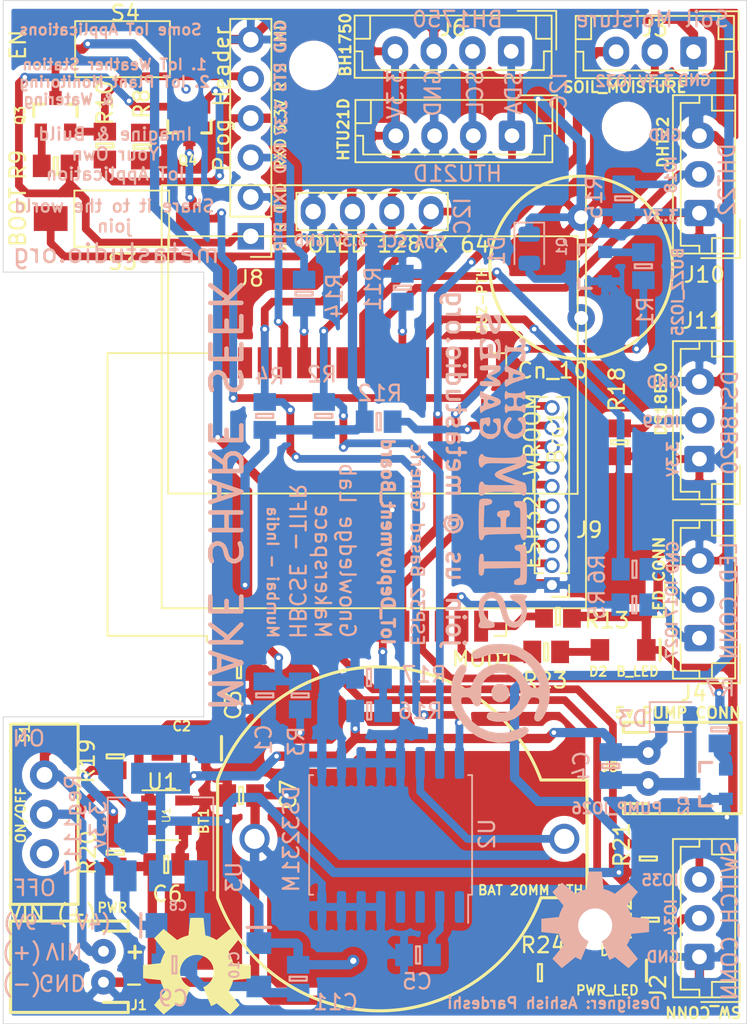
<source format=kicad_pcb>
(kicad_pcb (version 20171130) (host pcbnew 5.1.9-73d0e3b20d~88~ubuntu20.04.1)
  (layers (0 F.Cu signal) (31 B.Cu signal) (34 B.Paste user) (35 F.Paste user) (36 B.SilkS user) (37 F.SilkS user) (38 B.Mask user) (39 F.Mask user) (44 Edge.Cuts user))
  (net 0 "")
  (net 1 "Net-(U2-Pad4)")
  (net 2 "Net-(U2-Pad3)")
  (net 3 "Net-(U2-Pad1)")
  (net 4 3.3V)
  (net 5 GND)
  (net 6 SCL)
  (net 7 SDA)
  (net 8 "Net-(J1-Pad2)")
  (net 9 "Net-(Q1-Pad1)")
  (net 10 "Net-(S1-Pad1)")
  (net 11 "Net-(BT1-Pad1)")
  (net 12 S_Moist_Sensor)
  (net 13 Buzz_IO)
  (net 14 +3V3)
  (net 15 "Net-(MOD1-Pad37)")
  (net 16 "Net-(MOD1-Pad34)")
  (net 17 "Net-(MOD1-Pad32)")
  (net 18 "Net-(MOD1-Pad29)")
  (net 19 "Net-(MOD1-Pad27)")
  (net 20 "Net-(MOD1-Pad26)")
  (net 21 "Net-(MOD1-Pad14)")
  (net 22 "Net-(MOD1-Pad5)")
  (net 23 "Net-(MOD1-Pad4)")
  (net 24 "Net-(C4-Pad2)")
  (net 25 +4V)
  (net 26 "Net-(J4-Pad2)")
  (net 27 "Net-(J4-Pad1)")
  (net 28 "Net-(Q2-Pad1)")
  (net 29 LED_1)
  (net 30 LED_2)
  (net 31 Pump_IO)
  (net 32 EN)
  (net 33 IO0)
  (net 34 RTS)
  (net 35 "Net-(Q3-Pad1)")
  (net 36 DTR)
  (net 37 "Net-(Q4-Pad1)")
  (net 38 Sw_1)
  (net 39 Sw_2)
  (net 40 RXD)
  (net 41 TXD)
  (net 42 DHT22)
  (net 43 DS182B0)
  (net 44 Battery_Voltage)
  (net 45 "Net-(C6-Pad1)")
  (net 46 "Net-(R19-Pad1)")
  (net 47 "Net-(D1-Pad2)")
  (net 48 "Net-(C10-Pad-)")
  (net 49 "Net-(D2-PadA)")
  (net 50 Board_LED)
  (net 51 "Net-(D4-PadA)")
  (net 52 Pin_24)
  (net 53 Pin_23)
  (net 54 "Net-(J9-Pad7)")
  (net 55 "Net-(J9-Pad6)")
  (net 56 "Net-(J9-Pad5)")
  (net 57 "Net-(J9-Pad4)")
  (net 58 "Net-(J9-Pad3)")
  (net 59 Pin_16)
  (net 60 "Net-(J9-Pad8)")
  (module SGlogo:logoms2 (layer B.Cu) (at 176.911 87.503 90)
    (fp_text reference G*** hide)
    (fp_text value LOGO hide)
  )
  (module SGlogo:sglogo1 (layer B.Cu) (at 176.9745 101.854 90)
    (fp_text reference G*** hide)
    (fp_text value LOGO hide)
  )
  (module Aesthetics:OSHW-LOGO-L (layer B.Cu) (at 183.007 116.84 180)
    (fp_text reference "" (at 0 0) (layer F.SilkS) (effects (font (size 1.524 1.524))))
    (fp_text value "" (at 0 0) (layer F.SilkS) (effects (font (size 1.524 1.524))))
  )
  (module Aesthetics:OSHW-LOGO-L (layer F.Cu) (at 157.2895 119.8245)
    (fp_text reference "" (at 0 0) (layer F.SilkS) (effects (font (size 1.524 1.524))))
    (fp_text value "" (at 0 0) (layer F.SilkS) (effects (font (size 1.524 1.524))))
  )
  (module MountingHole:MountingHole_2.2mm_M2 (layer F.Cu) (at 183.007 116.84)
    (fp_text reference REF** hide)
    (fp_text value MountingHole_2.2mm_M2 hide)
    (pad 1 np_thru_hole circle (at 0 0) (size 2.2 2.2) (drill 2.2) (layers *.Cu *.Mask))
  )
  (module MountingHole:MountingHole_2.2mm_M2 (layer F.Cu) (at 185.039 65.278)
    (fp_text reference REF** hide)
    (fp_text value MountingHole_2.2mm_M2 hide)
    (pad 1 np_thru_hole circle (at 0 0) (size 2.2 2.2) (drill 2.2) (layers *.Cu *.Mask))
  )
  (module MountingHole:MountingHole_2.2mm_M2 (layer F.Cu) (at 164.846 61.341)
    (fp_text reference REF** hide)
    (fp_text value MountingHole_2.2mm_M2 hide)
    (pad 1 np_thru_hole circle (at 0 0) (size 2.2 2.2) (drill 2.2) (layers *.Cu *.Mask))
  )
  (module agg:0805 (layer F.Cu) (at 179.44 119.888 180)
    (fp_text reference R24 (at -0.2015 1.778 180) (layer F.SilkS))
    (fp_text value 470e hide)
    (pad 2 smd rect (at 0.9 0 180) (size 1.15 1.45) (layers F.Cu F.Paste F.Mask) (net 4 3.3V))
    (pad 1 smd rect (at -0.9 0 180) (size 1.15 1.45) (layers F.Cu F.Paste F.Mask) (net 51 "Net-(D4-PadA)"))
  )
  (module agg:0805 (layer F.Cu) (at 179.843 99.187 180)
    (fp_text reference R23 (at 0.0745 -1.8415 180) (layer F.SilkS))
    (fp_text value 470e hide)
    (pad 2 smd rect (at 0.9 0 180) (size 1.15 1.45) (layers F.Cu F.Paste F.Mask) (net 50 Board_LED))
    (pad 1 smd rect (at -0.9 0 180) (size 1.15 1.45) (layers F.Cu F.Paste F.Mask) (net 49 "Net-(D2-PadA)"))
  )
  (module agg:0805 (layer F.Cu) (at 186.563 116.47 90)
    (fp_text reference R22 (at 0.0745 -1.7145 90) (layer F.SilkS))
    (fp_text value 10k hide)
    (pad 2 smd rect (at 0.9 0 90) (size 1.15 1.45) (layers F.Cu F.Paste F.Mask) (net 4 3.3V))
    (pad 1 smd rect (at -0.9 0 90) (size 1.15 1.45) (layers F.Cu F.Paste F.Mask) (net 39 Sw_2))
  )
  (module agg:0805 (layer F.Cu) (at 186.436 112.522 270)
    (fp_text reference R21 (at -0.889 1.7145 90) (layer F.SilkS))
    (fp_text value 10k hide)
    (pad 2 smd rect (at 0.9 0 270) (size 1.15 1.45) (layers F.Cu F.Paste F.Mask) (net 4 3.3V))
    (pad 1 smd rect (at -0.9 0 270) (size 1.15 1.45) (layers F.Cu F.Paste F.Mask) (net 38 Sw_1))
  )
  (module agg:0805 (layer F.Cu) (at 152.019 112.141 90)
    (fp_text reference R20 (at 0 -1.778 90) (layer F.SilkS))
    (fp_text value 0805 hide)
    (pad 2 smd rect (at 0.9 0 90) (size 1.15 1.45) (layers F.Cu F.Paste F.Mask) (net 46 "Net-(R19-Pad1)"))
    (pad 1 smd rect (at -0.9 0 90) (size 1.15 1.45) (layers F.Cu F.Paste F.Mask) (net 5 GND))
  )
  (module agg:0805 (layer F.Cu) (at 152.019 105.929 90)
    (fp_text reference R19 (at -0.3065 -1.8415 90) (layer F.SilkS))
    (fp_text value 0805 hide)
    (pad 2 smd rect (at 0.9 0 90) (size 1.15 1.45) (layers F.Cu F.Paste F.Mask) (net 25 +4V))
    (pad 1 smd rect (at -0.9 0 90) (size 1.15 1.45) (layers F.Cu F.Paste F.Mask) (net 46 "Net-(R19-Pad1)"))
  )
  (module agg:0805 (layer F.Cu) (at 184.5945 85.6615 270)
    (fp_text reference R18 (at -3.429 0.1905 90) (layer F.SilkS))
    (fp_text value 10k hide)
    (pad 2 smd rect (at 0.9 0 270) (size 1.15 1.45) (layers F.Cu F.Paste F.Mask) (net 4 3.3V))
    (pad 1 smd rect (at -0.9 0 270) (size 1.15 1.45) (layers F.Cu F.Paste F.Mask) (net 43 DS182B0))
  )
  (module agg:0805 (layer B.Cu) (at 168.402 100.838)
    (fp_text reference R17 (at 3.556 -0.1905) (layer B.SilkS) (effects (justify mirror)))
    (fp_text value 0805 hide)
    (pad 2 smd rect (at 0.9 0) (size 1.15 1.45) (layers B.Cu B.Paste B.Mask) (net 44 Battery_Voltage))
    (pad 1 smd rect (at -0.9 0) (size 1.15 1.45) (layers B.Cu B.Paste B.Mask) (net 5 GND))
  )
  (module agg:0805 (layer B.Cu) (at 168.413 102.997 180)
    (fp_text reference R16 (at -3.291 0) (layer B.SilkS) (effects (justify mirror)))
    (fp_text value 0805 hide)
    (pad 2 smd rect (at 0.9 0 180) (size 1.15 1.45) (layers B.Cu B.Paste B.Mask) (net 25 +4V))
    (pad 1 smd rect (at -0.9 0 180) (size 1.15 1.45) (layers B.Cu B.Paste B.Mask) (net 44 Battery_Voltage))
  )
  (module agg:0805 (layer B.Cu) (at 184.8485 69.9135 270)
    (fp_text reference R15 (at -0.0745 1.905 90) (layer B.SilkS) (effects (justify mirror)))
    (fp_text value 10k hide)
    (pad 2 smd rect (at 0.9 0 270) (size 1.15 1.45) (layers B.Cu B.Paste B.Mask) (net 4 3.3V))
    (pad 1 smd rect (at -0.9 0 270) (size 1.15 1.45) (layers B.Cu B.Paste B.Mask) (net 42 DHT22))
  )
  (module agg:0805 (layer B.Cu) (at 164.211 76.062 270)
    (fp_text reference R14 (at 0.138 -1.9685 270) (layer B.SilkS) (effects (justify mirror)))
    (fp_text value 470e hide)
    (pad 2 smd rect (at 0.9 0 270) (size 1.15 1.45) (layers B.Cu B.Paste B.Mask) (net 16 "Net-(MOD1-Pad34)"))
    (pad 1 smd rect (at -0.9 0 270) (size 1.15 1.45) (layers B.Cu B.Paste B.Mask) (net 40 RXD))
  )
  (module agg:0805 (layer F.Cu) (at 180.605 96.901)
    (fp_text reference R13 (at 3.164 0.254 180) (layer F.SilkS))
    (fp_text value 10k hide)
    (pad 2 smd rect (at 0.9 0) (size 1.15 1.45) (layers F.Cu F.Paste F.Mask) (net 5 GND))
    (pad 1 smd rect (at -0.9 0) (size 1.15 1.45) (layers F.Cu F.Paste F.Mask) (net 21 "Net-(MOD1-Pad14)"))
  )
  (module agg:0805 (layer B.Cu) (at 169.026 84.328 180)
    (fp_text reference R12 (at -0.0745 1.8415) (layer B.SilkS) (effects (justify mirror)))
    (fp_text value 10k hide)
    (pad 2 smd rect (at 0.9 0 180) (size 1.15 1.45) (layers B.Cu B.Paste B.Mask) (net 4 3.3V))
    (pad 1 smd rect (at -0.9 0 180) (size 1.15 1.45) (layers B.Cu B.Paste B.Mask) (net 53 Pin_23))
  )
  (module agg:0805 (layer B.Cu) (at 170.561 75.681 90)
    (fp_text reference R11 (at -0.0745 -1.905 270) (layer B.SilkS) (effects (justify mirror)))
    (fp_text value 10k hide)
    (pad 2 smd rect (at 0.9 0 90) (size 1.15 1.45) (layers B.Cu B.Paste B.Mask) (net 5 GND))
    (pad 1 smd rect (at -0.9 0 90) (size 1.15 1.45) (layers B.Cu B.Paste B.Mask) (net 18 "Net-(MOD1-Pad29)"))
  )
  (module agg:0805 (layer F.Cu) (at 151.3459 66.5099 270)
    (fp_text reference R10 (at -2.7559 0 90) (layer F.SilkS))
    (fp_text value 10k hide)
    (pad 2 smd rect (at 0.9 0 270) (size 1.15 1.45) (layers F.Cu F.Paste F.Mask) (net 37 "Net-(Q4-Pad1)"))
    (pad 1 smd rect (at -0.9 0 270) (size 1.15 1.45) (layers F.Cu F.Paste F.Mask) (net 34 RTS))
  )
  (module agg:0805 (layer F.Cu) (at 148.1709 67.818 180)
    (fp_text reference R9 (at 2.4384 0.0635 90) (layer F.SilkS))
    (fp_text value 10k hide)
    (pad 2 smd rect (at 0.9 0 180) (size 1.15 1.45) (layers F.Cu F.Paste F.Mask) (net 35 "Net-(Q3-Pad1)"))
    (pad 1 smd rect (at -0.9 0 180) (size 1.15 1.45) (layers F.Cu F.Paste F.Mask) (net 36 DTR))
  )
  (module agg:0805 (layer F.Cu) (at 153.7589 66.5734 270)
    (fp_text reference R8 (at -2.7559 0.0254 90) (layer F.SilkS))
    (fp_text value 10k hide)
    (pad 2 smd rect (at 0.9 0 270) (size 1.15 1.45) (layers F.Cu F.Paste F.Mask) (net 4 3.3V))
    (pad 1 smd rect (at -0.9 0 270) (size 1.15 1.45) (layers F.Cu F.Paste F.Mask) (net 33 IO0))
  )
  (module agg:0805 (layer B.Cu) (at 191.0588 104.1908 270)
    (fp_text reference R7 (at -2.6543 -0.0127 180) (layer B.SilkS) (effects (justify mirror)))
    (fp_text value 1k hide)
    (pad 2 smd rect (at 0.9 0 270) (size 1.15 1.45) (layers B.Cu B.Paste B.Mask) (net 28 "Net-(Q2-Pad1)"))
    (pad 1 smd rect (at -0.9 0 270) (size 1.15 1.45) (layers B.Cu B.Paste B.Mask) (net 31 Pump_IO))
  )
  (module agg:0805 (layer B.Cu) (at 185.547 93.853)
    (fp_text reference R6 (at -2.425 0 -90) (layer B.SilkS) (effects (justify mirror)))
    (fp_text value 470e hide)
    (pad 2 smd rect (at 0.9 0) (size 1.15 1.45) (layers B.Cu B.Paste B.Mask) (net 26 "Net-(J4-Pad2)"))
    (pad 1 smd rect (at -0.9 0) (size 1.15 1.45) (layers B.Cu B.Paste B.Mask) (net 30 LED_2))
  )
  (module agg:0805 (layer B.Cu) (at 185.536 96.139)
    (fp_text reference R5 (at -2.425 0 -90) (layer B.SilkS) (effects (justify mirror)))
    (fp_text value 470e hide)
    (pad 2 smd rect (at 0.9 0) (size 1.15 1.45) (layers B.Cu B.Paste B.Mask) (net 27 "Net-(J4-Pad1)"))
    (pad 1 smd rect (at -0.9 0) (size 1.15 1.45) (layers B.Cu B.Paste B.Mask) (net 29 LED_1))
  )
  (module agg:0805 (layer B.Cu) (at 161.671 83.958 90)
    (fp_text reference R4 (at 2.551 0.3175) (layer B.SilkS) (effects (justify mirror)))
    (fp_text value 10k hide)
    (pad 2 smd rect (at 0.9 0 90) (size 1.15 1.45) (layers B.Cu B.Paste B.Mask) (net 6 SCL))
    (pad 1 smd rect (at -0.9 0 90) (size 1.15 1.45) (layers B.Cu B.Paste B.Mask) (net 4 3.3V))
  )
  (module agg:0805 (layer B.Cu) (at 163.957 101.992 90)
    (fp_text reference R3 (at -2.9735 -0.254 270) (layer B.SilkS) (effects (justify mirror)))
    (fp_text value 10k hide)
    (pad 2 smd rect (at 0.9 0 90) (size 1.15 1.45) (layers B.Cu B.Paste B.Mask) (net 32 EN))
    (pad 1 smd rect (at -0.9 0 90) (size 1.15 1.45) (layers B.Cu B.Paste B.Mask) (net 4 3.3V))
  )
  (module agg:0805 (layer B.Cu) (at 165.481 83.958 90)
    (fp_text reference R2 (at 2.678 -0.127 180) (layer B.SilkS) (effects (justify mirror)))
    (fp_text value 10k hide)
    (pad 2 smd rect (at 0.9 0 90) (size 1.15 1.45) (layers B.Cu B.Paste B.Mask) (net 7 SDA))
    (pad 1 smd rect (at -0.9 0 90) (size 1.15 1.45) (layers B.Cu B.Paste B.Mask) (net 4 3.3V))
  )
  (module agg:0805 (layer B.Cu) (at 186.1185 74.295 90)
    (fp_text reference R1 (at -2.921 0.127 90) (layer B.SilkS) (effects (justify mirror)))
    (fp_text value 1k hide)
    (pad 2 smd rect (at 0.9 0 90) (size 1.15 1.45) (layers B.Cu B.Paste B.Mask) (net 9 "Net-(Q1-Pad1)"))
    (pad 1 smd rect (at -0.9 0 90) (size 1.15 1.45) (layers B.Cu B.Paste B.Mask) (net 13 Buzz_IO))
  )
  (module agg:0805 (layer B.Cu) (at 163.83 120.28 270)
    (fp_text reference C11 (at 1.513 -2.413 180) (layer B.SilkS) (effects (justify mirror)))
    (fp_text value "0.1 UF" hide)
    (pad 2 smd rect (at 0.9 0 270) (size 1.15 1.45) (layers B.Cu B.Paste B.Mask) (net 48 "Net-(C10-Pad-)"))
    (pad 1 smd rect (at -0.9 0 270) (size 1.15 1.45) (layers B.Cu B.Paste B.Mask) (net 4 3.3V))
  )
  (module agg:0805 (layer B.Cu) (at 155.84 119.38)
    (fp_text reference C9 (at -0.0745 2.159) (layer B.SilkS) (effects (justify mirror)))
    (fp_text value "0.1 UF" hide)
    (pad 2 smd rect (at 0.9 0) (size 1.15 1.45) (layers B.Cu B.Paste B.Mask) (net 48 "Net-(C10-Pad-)"))
    (pad 1 smd rect (at -0.9 0) (size 1.15 1.45) (layers B.Cu B.Paste B.Mask) (net 25 +4V))
  )
  (module agg:0805 (layer F.Cu) (at 160.147 108.458)
    (fp_text reference C7 (at 3.048 -0.0635 90) (layer F.SilkS))
    (fp_text value "2.2 uF" hide)
    (pad 2 smd rect (at 0.9 0) (size 1.15 1.45) (layers F.Cu F.Paste F.Mask) (net 5 GND))
    (pad 1 smd rect (at -0.9 0) (size 1.15 1.45) (layers F.Cu F.Paste F.Mask) (net 4 3.3V))
  )
  (module agg:0805 (layer F.Cu) (at 155.31 112.903 180)
    (fp_text reference C6 (at -0.0745 -1.905 180) (layer F.SilkS))
    (fp_text value "470 pF" hide)
    (pad 2 smd rect (at 0.9 0 180) (size 1.15 1.45) (layers F.Cu F.Paste F.Mask) (net 5 GND))
    (pad 1 smd rect (at -0.9 0 180) (size 1.15 1.45) (layers F.Cu F.Paste F.Mask) (net 45 "Net-(C6-Pad1)"))
  )
  (module agg:0805 (layer B.Cu) (at 171.566 118.745 180)
    (fp_text reference C5 (at 0.0525 -1.7145) (layer B.SilkS) (effects (justify mirror)))
    (fp_text value "0.1 UF" hide)
    (pad 2 smd rect (at 0.9 0 180) (size 1.15 1.45) (layers B.Cu B.Paste B.Mask) (net 5 GND))
    (pad 1 smd rect (at -0.9 0 180) (size 1.15 1.45) (layers B.Cu B.Paste B.Mask) (net 14 +3V3))
  )
  (module agg:0805 (layer B.Cu) (at 184.0103 106.553 270)
    (fp_text reference C4 (at 0 1.8923 270) (layer B.SilkS) (effects (justify mirror)))
    (fp_text value "0.1 UF" hide)
    (pad 2 smd rect (at 0.9 0 270) (size 1.15 1.45) (layers B.Cu B.Paste B.Mask) (net 24 "Net-(C4-Pad2)"))
    (pad 1 smd rect (at -0.9 0 270) (size 1.15 1.45) (layers B.Cu B.Paste B.Mask) (net 25 +4V))
  )
  (module agg:0805 (layer F.Cu) (at 160.009 100.33 180)
    (fp_text reference C3 (at 0.37 -2.286 90) (layer F.SilkS))
    (fp_text value "0.1 UF" hide)
    (pad 2 smd rect (at 0.9 0 180) (size 1.15 1.45) (layers F.Cu F.Paste F.Mask) (net 5 GND))
    (pad 1 smd rect (at -0.9 0 180) (size 1.15 1.45) (layers F.Cu F.Paste F.Mask) (net 4 3.3V))
  )
  (module agg:0805 (layer B.Cu) (at 161.671 101.992 270)
    (fp_text reference C1 (at 2.8465 0.0635 270) (layer B.SilkS) (effects (justify mirror)))
    (fp_text value "1 UF" hide)
    (pad 2 smd rect (at 0.9 0 270) (size 1.15 1.45) (layers B.Cu B.Paste B.Mask) (net 5 GND))
    (pad 1 smd rect (at -0.9 0 270) (size 1.15 1.45) (layers B.Cu B.Paste B.Mask) (net 32 EN))
  )
  (module Connector_PinHeader_1.27mm:PinHeader_1x10_P1.27mm_Vertical (layer F.Cu) (at 180.213 94.869 180)
    (fp_text reference J9 (at -2.413 3.556) (layer F.SilkS))
    (fp_text value Cn_10 (at -0.0635 13.843) (layer F.SilkS))
    (pad 10 thru_hole oval (at 0 11.43 180) (size 1 1) (drill 0.65) (layers *.Cu *.Mask) (net 52 Pin_24))
    (pad 9 thru_hole oval (at 0 10.16 180) (size 1 1) (drill 0.65) (layers *.Cu *.Mask) (net 53 Pin_23))
    (pad 8 thru_hole oval (at 0 8.89 180) (size 1 1) (drill 0.65) (layers *.Cu *.Mask) (net 60 "Net-(J9-Pad8)"))
    (pad 7 thru_hole oval (at 0 7.62 180) (size 1 1) (drill 0.65) (layers *.Cu *.Mask) (net 54 "Net-(J9-Pad7)"))
    (pad 6 thru_hole oval (at 0 6.35 180) (size 1 1) (drill 0.65) (layers *.Cu *.Mask) (net 55 "Net-(J9-Pad6)"))
    (pad 5 thru_hole oval (at 0 5.08 180) (size 1 1) (drill 0.65) (layers *.Cu *.Mask) (net 56 "Net-(J9-Pad5)"))
    (pad 4 thru_hole oval (at 0 3.81 180) (size 1 1) (drill 0.65) (layers *.Cu *.Mask) (net 57 "Net-(J9-Pad4)"))
    (pad 3 thru_hole oval (at 0 2.54 180) (size 1 1) (drill 0.65) (layers *.Cu *.Mask) (net 58 "Net-(J9-Pad3)"))
    (pad 2 thru_hole oval (at 0 1.27 180) (size 1 1) (drill 0.65) (layers *.Cu *.Mask) (net 59 Pin_16))
    (pad 1 thru_hole rect (at 0 0 180) (size 1 1) (drill 0.65) (layers *.Cu *.Mask) (net 5 GND))
  )
  (module LED:LED-1206 (layer F.Cu) (at 183.9214 119.761)
    (fp_text reference D4 (at 0 -1.27) (layer F.SilkS) (effects (font (size 0.6096 0.6096) (thickness 0.127))))
    (fp_text value PWR_LED (at -0.127 1.27) (layer F.SilkS) (effects (font (size 0.6096 0.6096) (thickness 0.127))))
    (pad C smd rect (at 1.4986 0) (size 1.19888 1.39954) (layers F.Cu F.Paste F.Mask) (net 5 GND))
    (pad A smd rect (at -1.4986 0) (size 1.19888 1.39954) (layers F.Cu F.Paste F.Mask) (net 51 "Net-(D4-PadA)"))
  )
  (module LED:LED-1206 (layer F.Cu) (at 184.8104 99.06)
    (fp_text reference D2 (at -1.6129 1.397) (layer F.SilkS) (effects (font (size 0.6096 0.6096) (thickness 0.127))))
    (fp_text value B_LED (at 0.9271 1.397) (layer F.SilkS) (effects (font (size 0.6096 0.6096) (thickness 0.127))))
    (pad C smd rect (at 1.4986 0) (size 1.19888 1.39954) (layers F.Cu F.Paste F.Mask) (net 5 GND))
    (pad A smd rect (at -1.4986 0) (size 1.19888 1.39954) (layers F.Cu F.Paste F.Mask) (net 49 "Net-(D2-PadA)"))
  )
  (module Package_TO_SOT_SMD:SOT-223-3_TabPin2 (layer B.Cu) (at 154.94 110.49 90)
    (fp_text reference U3 (at -3.2385 4.7625 90) (layer B.SilkS) (effects (justify mirror)))
    (fp_text value AMS1117-3.3 hide)
    (pad 1 smd rect (at -3.15 2.3 90) (size 2 1.5) (layers B.Cu B.Paste B.Mask) (net 48 "Net-(C10-Pad-)"))
    (pad 3 smd rect (at -3.15 -2.3 90) (size 2 1.5) (layers B.Cu B.Paste B.Mask) (net 25 +4V))
    (pad 2 smd rect (at -3.15 0 90) (size 2 1.5) (layers B.Cu B.Paste B.Mask) (net 4 3.3V))
    (pad 2 smd rect (at 3.15 0 90) (size 2 3.8) (layers B.Cu B.Paste B.Mask) (net 4 3.3V))
  )
  (module Capacitors:EIA3216 (layer B.Cu) (at 161.29 119.38 90)
    (fp_text reference C10 (at -0.0127 -1.5875 270) (layer B.SilkS) (effects (font (size 0.6096 0.6096) (thickness 0.127)) (justify mirror)))
    (fp_text value 10UF hide)
    (pad - smd rect (at -1.39954 0) (size 1.59766 1.39954) (layers B.Cu B.Paste B.Mask) (net 48 "Net-(C10-Pad-)"))
    (pad + smd rect (at 1.39954 0) (size 1.59766 1.39954) (layers B.Cu B.Paste B.Mask) (net 4 3.3V))
  )
  (module Capacitors:EIA3216 (layer B.Cu) (at 156.08046 116.84 180)
    (fp_text reference C8 (at 0.01016 1.27) (layer B.SilkS) (effects (font (size 0.6096 0.6096) (thickness 0.127)) (justify mirror)))
    (fp_text value 10UF hide)
    (pad - smd rect (at -1.39954 0 90) (size 1.59766 1.39954) (layers B.Cu B.Paste B.Mask) (net 48 "Net-(C10-Pad-)"))
    (pad + smd rect (at 1.39954 0 90) (size 1.59766 1.39954) (layers B.Cu B.Paste B.Mask) (net 25 +4V))
  )
  (module Package_TO_SOT_SMD:SOT-23-5 (layer F.Cu) (at 155.321 109.728)
    (fp_text reference U1 (at -0.254 -2.159) (layer F.SilkS))
    (fp_text value MIC5219-3v3 hide)
    (fp_text user %R (at 0 0 90) (layer F.SilkS) (effects (font (size 0.5 0.5) (thickness 0.075))))
    (pad 5 smd rect (at 1.1 -0.95) (size 1.06 0.65) (layers F.Cu F.Paste F.Mask) (net 4 3.3V))
    (pad 4 smd rect (at 1.1 0.95) (size 1.06 0.65) (layers F.Cu F.Paste F.Mask) (net 45 "Net-(C6-Pad1)"))
    (pad 3 smd rect (at -1.1 0.95) (size 1.06 0.65) (layers F.Cu F.Paste F.Mask) (net 46 "Net-(R19-Pad1)"))
    (pad 2 smd rect (at -1.1 0) (size 1.06 0.65) (layers F.Cu F.Paste F.Mask) (net 5 GND))
    (pad 1 smd rect (at -1.1 -0.95) (size 1.06 0.65) (layers F.Cu F.Paste F.Mask) (net 25 +4V))
  )
  (module Connector_JST:JST_EH_B3B-EH-A_1x03_P2.50mm_Vertical (layer F.Cu) (at 189.738 118.872 90)
    (fp_text reference J2 hide)
    (fp_text value Switch_Conn hide)
    (fp_text user %R (at -1.9685 -2.667 90) (layer F.SilkS))
    (pad 3 thru_hole oval (at 5 0 90) (size 1.7 1.95) (drill 0.95) (layers *.Cu *.Mask) (net 38 Sw_1))
    (pad 2 thru_hole oval (at 2.5 0 90) (size 1.7 1.95) (drill 0.95) (layers *.Cu *.Mask) (net 39 Sw_2))
    (pad 1 thru_hole roundrect (at 0 0 90) (size 1.7 1.95) (drill 0.95) (layers *.Cu *.Mask) (roundrect_rratio 0.1470588235294118) (net 5 GND))
  )
  (module Connector_JST:JST_EH_B3B-EH-A_1x03_P2.50mm_Vertical (layer F.Cu) (at 189.357 60.452 180)
    (fp_text reference J3 hide)
    (fp_text value Soil_Moisture hide)
    (fp_text user %R (at 2.5 1.5) (layer F.SilkS))
    (pad 3 thru_hole oval (at 5 0 180) (size 1.7 1.95) (drill 0.95) (layers *.Cu *.Mask) (net 12 S_Moist_Sensor))
    (pad 2 thru_hole oval (at 2.5 0 180) (size 1.7 1.95) (drill 0.95) (layers *.Cu *.Mask) (net 4 3.3V))
    (pad 1 thru_hole roundrect (at 0 0 180) (size 1.7 1.95) (drill 0.95) (layers *.Cu *.Mask) (roundrect_rratio 0.1470588235294118) (net 5 GND))
  )
  (module Connector_JST:JST_EH_B3B-EH-A_1x03_P2.50mm_Vertical (layer F.Cu) (at 189.738 86.741 90)
    (fp_text reference J11 hide)
    (fp_text value DS18B20 hide)
    (fp_text user %R (at 8.9281 0.2286 180) (layer F.SilkS))
    (pad 3 thru_hole oval (at 5 0 90) (size 1.7 1.95) (drill 0.95) (layers *.Cu *.Mask) (net 5 GND))
    (pad 2 thru_hole oval (at 2.5 0 90) (size 1.7 1.95) (drill 0.95) (layers *.Cu *.Mask) (net 43 DS182B0))
    (pad 1 thru_hole roundrect (at 0 0 90) (size 1.7 1.95) (drill 0.95) (layers *.Cu *.Mask) (roundrect_rratio 0.1470588235294118) (net 4 3.3V))
  )
  (module Connector_JST:JST_EH_B3B-EH-A_1x03_P2.50mm_Vertical (layer F.Cu) (at 189.738 70.866 90)
    (fp_text reference J10 hide)
    (fp_text value DHT22 hide)
    (fp_text user %R (at -3.9751 0.3175 180) (layer F.SilkS))
    (pad 3 thru_hole oval (at 5 0 90) (size 1.7 1.95) (drill 0.95) (layers *.Cu *.Mask) (net 5 GND))
    (pad 2 thru_hole oval (at 2.5 0 90) (size 1.7 1.95) (drill 0.95) (layers *.Cu *.Mask) (net 42 DHT22))
    (pad 1 thru_hole roundrect (at 0 0 90) (size 1.7 1.95) (drill 0.95) (layers *.Cu *.Mask) (roundrect_rratio 0.1470588235294118) (net 4 3.3V))
  )
  (module Connector_JST:JST_EH_B4B-EH-A_1x04_P2.50mm_Vertical (layer F.Cu) (at 177.6349 65.8749 180)
    (fp_text reference J7 hide)
    (fp_text value HTUI2D hide)
    (pad 4 thru_hole oval (at 7.5 0 180) (size 1.7 1.95) (drill 0.95) (layers *.Cu *.Mask) (net 4 3.3V))
    (pad 3 thru_hole oval (at 5 0 180) (size 1.7 1.95) (drill 0.95) (layers *.Cu *.Mask) (net 5 GND))
    (pad 2 thru_hole oval (at 2.5 0 180) (size 1.7 1.95) (drill 0.95) (layers *.Cu *.Mask) (net 6 SCL))
    (pad 1 thru_hole roundrect (at 0 0 180) (size 1.7 1.95) (drill 0.95) (layers *.Cu *.Mask) (roundrect_rratio 0.1470588235294118) (net 7 SDA))
  )
  (module Connector_JST:JST_EH_B4B-EH-A_1x04_P2.50mm_Vertical (layer F.Cu) (at 177.5841 60.4266 180)
    (fp_text reference J6 hide)
    (fp_text value BH1750 hide)
    (fp_text user %R (at 3.75 1.5) (layer F.SilkS))
    (pad 4 thru_hole oval (at 7.5 0 180) (size 1.7 1.95) (drill 0.95) (layers *.Cu *.Mask) (net 4 3.3V))
    (pad 3 thru_hole oval (at 5 0 180) (size 1.7 1.95) (drill 0.95) (layers *.Cu *.Mask) (net 5 GND))
    (pad 2 thru_hole oval (at 2.5 0 180) (size 1.7 1.95) (drill 0.95) (layers *.Cu *.Mask) (net 6 SCL))
    (pad 1 thru_hole roundrect (at 0 0 180) (size 1.7 1.95) (drill 0.95) (layers *.Cu *.Mask) (roundrect_rratio 0.1470588235294118) (net 7 SDA))
  )
  (module Connector_JST:JST_EH_B3B-EH-A_1x03_P2.50mm_Vertical (layer F.Cu) (at 189.738 98.298 90)
    (fp_text reference J4 hide)
    (fp_text value LED_CONN hide)
    (fp_text user %R (at -3.556 -0.381 180) (layer F.SilkS))
    (pad 3 thru_hole oval (at 5 0 90) (size 1.7 1.95) (drill 0.95) (layers *.Cu *.Mask) (net 5 GND))
    (pad 2 thru_hole oval (at 2.5 0 90) (size 1.7 1.95) (drill 0.95) (layers *.Cu *.Mask) (net 26 "Net-(J4-Pad2)"))
    (pad 1 thru_hole roundrect (at 0 0 90) (size 1.7 1.95) (drill 0.95) (layers *.Cu *.Mask) (roundrect_rratio 0.1470588235294118) (net 27 "Net-(J4-Pad1)"))
  )
  (module Connector_PinHeader_2.54mm:PinHeader_1x06_P2.54mm_Vertical (layer F.Cu) (at 160.7693 72.3646 180)
    (fp_text reference J8 (at 0.0127 -2.7305) (layer F.SilkS))
    (fp_text value Prog_Header (at 1.8923 8.8646 90) (layer F.SilkS))
    (pad 6 thru_hole oval (at 0 12.7 180) (size 1.7 1.7) (drill 1) (layers *.Cu *.Mask) (net 5 GND))
    (pad 5 thru_hole oval (at 0 10.16 180) (size 1.7 1.7) (drill 1) (layers *.Cu *.Mask) (net 34 RTS))
    (pad 4 thru_hole oval (at 0 7.62 180) (size 1.7 1.7) (drill 1) (layers *.Cu *.Mask) (net 4 3.3V))
    (pad 3 thru_hole oval (at 0 5.08 180) (size 1.7 1.7) (drill 1) (layers *.Cu *.Mask) (net 40 RXD))
    (pad 2 thru_hole oval (at 0 2.54 180) (size 1.7 1.7) (drill 1) (layers *.Cu *.Mask) (net 41 TXD))
    (pad 1 thru_hole rect (at 0 0 180) (size 1.7 1.7) (drill 1) (layers *.Cu *.Mask) (net 36 DTR))
  )
  (module Button_Switch_SMD:SW_SPST_FSMSM (layer F.Cu) (at 152.4889 60.2869)
    (fp_text reference S4 hide)
    (fp_text value EN hide)
    (fp_text user %R (at 0.1778 -2.3241) (layer F.SilkS))
    (pad 2 smd rect (at 4.59 0) (size 2.18 1.6) (layers F.Cu F.Paste F.Mask) (net 5 GND))
    (pad 1 smd rect (at -4.59 0) (size 2.18 1.6) (layers F.Cu F.Paste F.Mask) (net 32 EN))
  )
  (module Button_Switch_SMD:SW_SPST_FSMSM (layer F.Cu) (at 152.4381 71.2216 180)
    (fp_text reference S3 (at -0.0508 -2.794) (layer F.SilkS))
    (fp_text value Boot hide)
    (pad 2 smd rect (at 4.59 0 180) (size 2.18 1.6) (layers F.Cu F.Paste F.Mask) (net 5 GND))
    (pad 1 smd rect (at -4.59 0 180) (size 2.18 1.6) (layers F.Cu F.Paste F.Mask) (net 33 IO0))
  )
  (module Diode_SMD:D_0805_2012Metric (layer B.Cu) (at 178.7525 73.1647 270)
    (fp_text reference D1 (at 0.1143 2.0955 270) (layer B.SilkS) (effects (justify mirror)))
    (fp_text value 1N4001 hide)
    (pad 2 smd roundrect (at 0.9375 0 270) (size 0.975 1.4) (layers B.Cu B.Paste B.Mask) (net 47 "Net-(D1-Pad2)"))
    (pad 1 smd roundrect (at -0.9375 0 270) (size 0.975 1.4) (layers B.Cu B.Paste B.Mask) (net 4 3.3V))
  )
  (module Diode_SMD:D_0805_2012Metric (layer B.Cu) (at 188.214 103.3907)
    (fp_text reference D3 (at -2.794 0.1143 180) (layer B.SilkS) (effects (justify mirror)))
    (fp_text value 1N4001 hide)
    (pad 2 smd roundrect (at 0.9375 0) (size 0.975 1.4) (layers B.Cu B.Paste B.Mask) (net 24 "Net-(C4-Pad2)"))
    (pad 1 smd roundrect (at -0.9375 0) (size 0.975 1.4) (layers B.Cu B.Paste B.Mask) (net 25 +4V))
  )
  (module Switches:SWITCH_SPDT_PTH_11.6X4.0MM (layer F.Cu) (at 147.447 109.6645 180)
    (fp_text reference S1 (at 1.27 5.207 90) (layer F.SilkS) (effects (font (size 0.6096 0.6096) (thickness 0.127))))
    (fp_text value ON/OFF (at 1.524 -0.0635 90) (layer F.SilkS) (effects (font (size 0.6096 0.6096) (thickness 0.127))))
    (pad 3 thru_hole circle (at 0 2.54 180) (size 1.8796 1.8796) (drill 1.016) (layers *.Cu *.Mask) (net 25 +4V))
    (pad 2 thru_hole circle (at 0 0 180) (size 1.8796 1.8796) (drill 1.016) (layers *.Cu *.Mask) (net 8 "Net-(J1-Pad2)"))
    (pad 1 thru_hole circle (at 0 -2.54 180) (size 1.8796 1.8796) (drill 1.016) (layers *.Cu *.Mask) (net 10 "Net-(S1-Pad1)"))
  )
  (module Silicon-Standard:SOT23-3 (layer F.Cu) (at 156.8069 64.9986 180)
    (fp_text reference Q4 (at 0.1016 -2.4765 180) (layer F.SilkS) (effects (font (size 0.6096 0.6096) (thickness 0.127))))
    (fp_text value MMBT2222A2 hide)
    (pad 3 smd rect (at 0 -1.09982 180) (size 0.79756 0.89916) (layers F.Cu F.Paste F.Mask) (net 33 IO0))
    (pad 2 smd rect (at 0.94996 0.99822 180) (size 0.79756 0.89916) (layers F.Cu F.Paste F.Mask) (net 36 DTR))
    (pad 1 smd rect (at -0.94996 0.99822 180) (size 0.79756 0.89916) (layers F.Cu F.Paste F.Mask) (net 37 "Net-(Q4-Pad1)"))
  )
  (module Silicon-Standard:SOT23-3 (layer F.Cu) (at 148.1582 64.5414)
    (fp_text reference Q3 (at -2.286 0.0254 90) (layer F.SilkS) (effects (font (size 0.6096 0.6096) (thickness 0.127))))
    (fp_text value MMBT2222A2 hide)
    (pad 3 smd rect (at 0 -1.09982) (size 0.79756 0.89916) (layers F.Cu F.Paste F.Mask) (net 32 EN))
    (pad 2 smd rect (at 0.94996 0.99822) (size 0.79756 0.89916) (layers F.Cu F.Paste F.Mask) (net 34 RTS))
    (pad 1 smd rect (at -0.94996 0.99822) (size 0.79756 0.89916) (layers F.Cu F.Paste F.Mask) (net 35 "Net-(Q3-Pad1)"))
  )
  (module Silicon-Standard:SOT23-3 (layer B.Cu) (at 190.4492 107.7214 270)
    (fp_text reference Q2 (at 1.3716 1.7272 270) (layer B.SilkS) (effects (font (size 0.6096 0.6096) (thickness 0.127)) (justify mirror)))
    (fp_text value MMBT2222A2 hide)
    (pad 3 smd rect (at 0 1.09982 270) (size 0.79756 0.89916) (layers B.Cu B.Paste B.Mask) (net 24 "Net-(C4-Pad2)"))
    (pad 2 smd rect (at 0.94996 -0.99822 270) (size 0.79756 0.89916) (layers B.Cu B.Paste B.Mask) (net 5 GND))
    (pad 1 smd rect (at -0.94996 -0.99822 270) (size 0.79756 0.89916) (layers B.Cu B.Paste B.Mask) (net 28 "Net-(Q2-Pad1)"))
  )
  (module Connectors:JST-2-PTH (layer F.Cu) (at 186.436 106.68 270)
    (fp_text reference J5 (at -0.0635 2.4765) (layer F.SilkS) (effects (font (size 0.6096 0.6096) (thickness 0.127))))
    (fp_text value Pump_Conn hide)
    (pad 2 thru_hole circle (at 0.99822 0 270) (size 1.59766 1.59766) (drill 0.6985) (layers *.Cu *.Mask) (net 24 "Net-(C4-Pad2)"))
    (pad 1 thru_hole circle (at -0.99822 0 270) (size 1.59766 1.59766) (drill 0.6985) (layers *.Cu *.Mask) (net 25 +4V))
  )
  (module Capacitors:EIA3216 (layer F.Cu) (at 156.464 105.41)
    (fp_text reference C2 (at -0.1524 -1.4224) (layer F.SilkS) (effects (font (size 0.6096 0.6096) (thickness 0.127))))
    (fp_text value 10UF hide)
    (pad - smd rect (at -1.39954 0 90) (size 1.59766 1.39954) (layers F.Cu F.Paste F.Mask) (net 5 GND))
    (pad + smd rect (at 1.39954 0 90) (size 1.59766 1.39954) (layers F.Cu F.Paste F.Mask) (net 4 3.3V))
  )
  (module RF_Module:ESP32-WROOM-32 (layer F.Cu) (at 167.386 89.027 90)
    (fp_text reference MOD1 (at -10.61 8.43) (layer F.SilkS))
    (fp_text value ESP32-WROOM (at 0.8763 11.557 90) (layer F.SilkS))
    (pad 38 smd rect (at 8.5 -8.255 90) (size 2 0.9) (layers F.Cu F.Paste F.Mask) (net 5 GND))
    (pad 37 smd rect (at 8.5 -6.985 90) (size 2 0.9) (layers F.Cu F.Paste F.Mask) (net 15 "Net-(MOD1-Pad37)"))
    (pad 36 smd rect (at 8.5 -5.715 90) (size 2 0.9) (layers F.Cu F.Paste F.Mask) (net 6 SCL))
    (pad 35 smd rect (at 8.5 -4.445 90) (size 2 0.9) (layers F.Cu F.Paste F.Mask) (net 41 TXD))
    (pad 34 smd rect (at 8.5 -3.175 90) (size 2 0.9) (layers F.Cu F.Paste F.Mask) (net 16 "Net-(MOD1-Pad34)"))
    (pad 33 smd rect (at 8.5 -1.905 90) (size 2 0.9) (layers F.Cu F.Paste F.Mask) (net 7 SDA))
    (pad 32 smd rect (at 8.5 -0.635 90) (size 2 0.9) (layers F.Cu F.Paste F.Mask) (net 17 "Net-(MOD1-Pad32)"))
    (pad 31 smd rect (at 8.5 0.635 90) (size 2 0.9) (layers F.Cu F.Paste F.Mask) (net 43 DS182B0))
    (pad 30 smd rect (at 8.5 1.905 90) (size 2 0.9) (layers F.Cu F.Paste F.Mask) (net 42 DHT22))
    (pad 29 smd rect (at 8.5 3.175 90) (size 2 0.9) (layers F.Cu F.Paste F.Mask) (net 18 "Net-(MOD1-Pad29)"))
    (pad 28 smd rect (at 8.5 4.445 90) (size 2 0.9) (layers F.Cu F.Paste F.Mask) (net 30 LED_2))
    (pad 27 smd rect (at 8.5 5.715 90) (size 2 0.9) (layers F.Cu F.Paste F.Mask) (net 19 "Net-(MOD1-Pad27)"))
    (pad 26 smd rect (at 8.5 6.985 90) (size 2 0.9) (layers F.Cu F.Paste F.Mask) (net 20 "Net-(MOD1-Pad26)"))
    (pad 25 smd rect (at 8.5 8.255 90) (size 2 0.9) (layers F.Cu F.Paste F.Mask) (net 33 IO0))
    (pad 24 smd rect (at 5.715 9.255 180) (size 2 0.9) (layers F.Cu F.Paste F.Mask) (net 52 Pin_24))
    (pad 23 smd rect (at 4.445 9.255 180) (size 2 0.9) (layers F.Cu F.Paste F.Mask) (net 53 Pin_23))
    (pad 22 smd rect (at 3.175 9.255 180) (size 2 0.9) (layers F.Cu F.Paste F.Mask) (net 60 "Net-(J9-Pad8)"))
    (pad 21 smd rect (at 1.905 9.255 180) (size 2 0.9) (layers F.Cu F.Paste F.Mask) (net 54 "Net-(J9-Pad7)"))
    (pad 20 smd rect (at 0.635 9.255 180) (size 2 0.9) (layers F.Cu F.Paste F.Mask) (net 55 "Net-(J9-Pad6)"))
    (pad 19 smd rect (at -0.635 9.255 180) (size 2 0.9) (layers F.Cu F.Paste F.Mask) (net 56 "Net-(J9-Pad5)"))
    (pad 18 smd rect (at -1.905 9.255 180) (size 2 0.9) (layers F.Cu F.Paste F.Mask) (net 57 "Net-(J9-Pad4)"))
    (pad 17 smd rect (at -3.175 9.255 180) (size 2 0.9) (layers F.Cu F.Paste F.Mask) (net 58 "Net-(J9-Pad3)"))
    (pad 16 smd rect (at -4.445 9.255 180) (size 2 0.9) (layers F.Cu F.Paste F.Mask) (net 59 Pin_16))
    (pad 15 smd rect (at -5.715 9.255 180) (size 2 0.9) (layers F.Cu F.Paste F.Mask) (net 5 GND))
    (pad 14 smd rect (at -8.5 8.255 90) (size 2 0.9) (layers F.Cu F.Paste F.Mask) (net 21 "Net-(MOD1-Pad14)"))
    (pad 13 smd rect (at -8.5 6.985 90) (size 2 0.9) (layers F.Cu F.Paste F.Mask) (net 50 Board_LED))
    (pad 12 smd rect (at -8.5 5.715 90) (size 2 0.9) (layers F.Cu F.Paste F.Mask) (net 29 LED_1))
    (pad 11 smd rect (at -8.5 4.445 90) (size 2 0.9) (layers F.Cu F.Paste F.Mask) (net 31 Pump_IO))
    (pad 10 smd rect (at -8.5 3.175 90) (size 2 0.9) (layers F.Cu F.Paste F.Mask) (net 13 Buzz_IO))
    (pad 9 smd rect (at -8.5 1.905 90) (size 2 0.9) (layers F.Cu F.Paste F.Mask) (net 44 Battery_Voltage))
    (pad 8 smd rect (at -8.5 0.635 90) (size 2 0.9) (layers F.Cu F.Paste F.Mask) (net 12 S_Moist_Sensor))
    (pad 7 smd rect (at -8.5 -0.635 90) (size 2 0.9) (layers F.Cu F.Paste F.Mask) (net 38 Sw_1))
    (pad 6 smd rect (at -8.5 -1.905 90) (size 2 0.9) (layers F.Cu F.Paste F.Mask) (net 39 Sw_2))
    (pad 5 smd rect (at -8.5 -3.175 90) (size 2 0.9) (layers F.Cu F.Paste F.Mask) (net 22 "Net-(MOD1-Pad5)"))
    (pad 4 smd rect (at -8.5 -4.445 90) (size 2 0.9) (layers F.Cu F.Paste F.Mask) (net 23 "Net-(MOD1-Pad4)"))
    (pad 3 smd rect (at -8.5 -5.715 90) (size 2 0.9) (layers F.Cu F.Paste F.Mask) (net 32 EN))
    (pad 2 smd rect (at -8.5 -6.985 90) (size 2 0.9) (layers F.Cu F.Paste F.Mask) (net 4 3.3V))
    (pad 1 smd rect (at -8.5 -8.255 90) (size 2 0.9) (layers F.Cu F.Paste F.Mask) (net 5 GND))
    (pad 39 smd rect (at -1 -0.755 90) (size 5 5) (layers F.Cu F.Paste F.Mask) (net 5 GND))
  )
  (module Batteries:BATTCOM_20MM_PTH (layer F.Cu) (at 169.164 111.252)
    (fp_text reference BT1 (at -11.43 -1.143 90) (layer F.SilkS) (effects (font (size 0.6096 0.6096) (thickness 0.127))))
    (fp_text value "BAT 20MM PTH" (at 9.6774 3.3147 180) (layer F.SilkS) (effects (font (size 0.6096 0.6096) (thickness 0.127))))
    (pad 2 thru_hole circle (at -8.14832 0) (size 1.94818 1.94818) (drill 1.29794) (layers *.Cu *.Mask) (net 5 GND))
    (pad 1 thru_hole circle (at 11.8491 0) (size 1.94818 1.94818) (drill 1.29794) (layers *.Cu *.Mask) (net 11 "Net-(BT1-Pad1)"))
  )
  (module Silicon-Standard:SOT23-3 (layer B.Cu) (at 182.6514 74.3204 270)
    (fp_text reference Q1 (at -1.2954 1.8034 90) (layer B.SilkS) (effects (font (size 0.6096 0.6096) (thickness 0.127)) (justify mirror)))
    (fp_text value MMBT2222A2 hide)
    (pad 3 smd rect (at 0 1.09982 270) (size 0.79756 0.89916) (layers B.Cu B.Paste B.Mask) (net 47 "Net-(D1-Pad2)"))
    (pad 2 smd rect (at 0.94996 -0.99822 270) (size 0.79756 0.89916) (layers B.Cu B.Paste B.Mask) (net 5 GND))
    (pad 1 smd rect (at -0.94996 -0.99822 270) (size 0.79756 0.89916) (layers B.Cu B.Paste B.Mask) (net 9 "Net-(Q1-Pad1)"))
  )
  (module Electromechanical:BUZZER-12MM (layer F.Cu) (at 182.1053 74.3839 270)
    (fp_text reference LS1 hide)
    (fp_text value BUZ-PTH (at 2.1336 6.4008 90) (layer F.SilkS) (effects (font (size 0.6096 0.6096) (thickness 0.127))))
    (pad - thru_hole circle (at -3.24866 0 270) (size 1.778 1.778) (drill 0.89916) (layers *.Cu *.Mask) (net 4 3.3V))
    (pad + thru_hole circle (at 3.24866 0 270) (size 1.778 1.778) (drill 0.89916) (layers *.Cu *.Mask) (net 47 "Net-(D1-Pad2)"))
  )
  (module Connectors:JST-2-PTH (layer F.Cu) (at 151.257 119.507 90)
    (fp_text reference J1 (at -2.4765 2.286) (layer F.SilkS) (effects (font (size 0.6096 0.6096) (thickness 0.127))))
    (fp_text value PWR (at 3.81 0.5715) (layer F.SilkS) (effects (font (size 0.6096 0.6096) (thickness 0.127))))
    (pad 2 thru_hole circle (at 0.99822 0 90) (size 1.59766 1.59766) (drill 0.6985) (layers *.Cu *.Mask) (net 8 "Net-(J1-Pad2)"))
    (pad 1 thru_hole circle (at -0.99822 0 90) (size 1.59766 1.59766) (drill 0.6985) (layers *.Cu *.Mask) (net 5 GND))
  )
  (module SSD1306:128x64OLED (layer F.Cu) (at 168.4147 81.3689)
    (fp_text reference Brd1 (at 12.0523 3.9624 90) (layer F.SilkS))
    (fp_text value SSD1306 hide)
    (pad 2 thru_hole oval (at -1.08 -10.6 90) (size 2 1.6) (drill 1) (layers *.Cu *.Mask) (net 4 3.3V))
    (pad 1 thru_hole oval (at -3.62 -10.6 90) (size 2 1.6) (drill 1) (layers *.Cu *.Mask) (net 5 GND))
    (pad 3 thru_hole oval (at 1.46 -10.6 90) (size 2 1.6) (drill 1) (layers *.Cu *.Mask) (net 6 SCL))
    (pad 4 thru_hole oval (at 4 -10.6 90) (size 2 1.6) (drill 1) (layers *.Cu *.Mask) (net 7 SDA))
  )
  (module Package_SO:SOIC-16W_7.5x10.3mm_P1.27mm (layer B.Cu) (at 169.799 110.998 90)
    (fp_text reference U2 (at 0.0635 6.223 90) (layer B.SilkS) (effects (justify mirror)))
    (fp_text value DS3231M (at -0.254 -6.4135 270) (layer B.SilkS) (effects (justify mirror)))
    (pad 16 smd roundrect (at 4.65 4.445 90) (size 2.05 0.6) (layers B.Cu B.Paste B.Mask) (net 6 SCL))
    (pad 15 smd roundrect (at 4.65 3.175 90) (size 2.05 0.6) (layers B.Cu B.Paste B.Mask) (net 7 SDA))
    (pad 14 smd roundrect (at 4.65 1.905 90) (size 2.05 0.6) (layers B.Cu B.Paste B.Mask) (net 11 "Net-(BT1-Pad1)"))
    (pad 13 smd roundrect (at 4.65 0.635 90) (size 2.05 0.6) (layers B.Cu B.Paste B.Mask) (net 5 GND))
    (pad 12 smd roundrect (at 4.65 -0.635 90) (size 2.05 0.6) (layers B.Cu B.Paste B.Mask) (net 5 GND))
    (pad 11 smd roundrect (at 4.65 -1.905 90) (size 2.05 0.6) (layers B.Cu B.Paste B.Mask) (net 5 GND))
    (pad 10 smd roundrect (at 4.65 -3.175 90) (size 2.05 0.6) (layers B.Cu B.Paste B.Mask) (net 5 GND))
    (pad 9 smd roundrect (at 4.65 -4.445 90) (size 2.05 0.6) (layers B.Cu B.Paste B.Mask) (net 5 GND))
    (pad 8 smd roundrect (at -4.65 -4.445 90) (size 2.05 0.6) (layers B.Cu B.Paste B.Mask) (net 5 GND))
    (pad 7 smd roundrect (at -4.65 -3.175 90) (size 2.05 0.6) (layers B.Cu B.Paste B.Mask) (net 5 GND))
    (pad 6 smd roundrect (at -4.65 -1.905 90) (size 2.05 0.6) (layers B.Cu B.Paste B.Mask) (net 5 GND))
    (pad 5 smd roundrect (at -4.65 -0.635 90) (size 2.05 0.6) (layers B.Cu B.Paste B.Mask) (net 5 GND))
    (pad 4 smd roundrect (at -4.65 0.635 90) (size 2.05 0.6) (layers B.Cu B.Paste B.Mask) (net 1 "Net-(U2-Pad4)"))
    (pad 3 smd roundrect (at -4.65 1.905 90) (size 2.05 0.6) (layers B.Cu B.Paste B.Mask) (net 2 "Net-(U2-Pad3)"))
    (pad 2 smd roundrect (at -4.65 3.175 90) (size 2.05 0.6) (layers B.Cu B.Paste B.Mask) (net 14 +3V3))
    (pad 1 smd roundrect (at -4.65 4.445 90) (size 2.05 0.6) (layers B.Cu B.Paste B.Mask) (net 3 "Net-(U2-Pad1)"))
  )
  (gr_text "MAKE SHARE SEEK" (at 159.0675 89.0905 270) (layer B.SilkS) (effects (font (size 2 2) (thickness 0.3)) (justify mirror)))
  (gr_text SW_CONN (at 189.992 122.428 180) (layer F.SilkS) (effects (font (size 0.7 0.7))))
  (gr_text LED_CONN (at 187.1345 94.4245 90) (layer F.SilkS) (effects (font (size 0.7 0.7))))
  (gr_text "DS18B20\n" (at 187.2615 82.8675 90) (layer F.SilkS) (effects (font (size 0.7 0.7))))
  (gr_text "OLED 128 X 64" (at 170.307 72.898) (layer F.SilkS) (effects (font (size 1 1))))
  (gr_text DHT22 (at 187.3885 66.294 90) (layer F.SilkS) (effects (font (size 0.7 0.7))))
  (gr_text SOIL_MOISTURE (at 184.912 62.738) (layer F.SilkS) (effects (font (size 0.7 0.7))))
  (gr_text BH1750 (at 166.878 60.0075 90) (layer F.SilkS) (effects (font (size 0.7 0.7))))
  (gr_text HTU21D (at 166.751 65.4685 90) (layer F.SilkS) (effects (font (size 0.7 0.7))))
  (gr_text EN (at 145.7325 60.0075 90) (layer F.SilkS) (effects (font (size 1 1))))
  (gr_text BOOT (at 145.7325 71.12 90) (layer F.SilkS) (effects (font (size 1 1))))
  (gr_text "BUZZ_IO25\n" (at 188.341 75.946 90) (layer B.SilkS) (effects (font (size 0.7 0.7)) (justify mirror)))
  (gr_text PUMP_IO26 (at 184.404 109.2835) (layer B.SilkS) (effects (font (size 0.7 0.7)) (justify mirror)))
  (gr_text "5v PUMP CONN" (at 188.341 103.124) (layer F.SilkS) (effects (font (size 0.7 0.7))))
  (gr_text - (at 153.2255 120.5865) (layer F.SilkS) (effects (font (size 1 1)) (justify mirror)))
  (gr_text + (at 153.289 118.491) (layer F.SilkS) (effects (font (size 1 1) (thickness 0.2)) (justify mirror)))
  (gr_text "Reg1117\n3.3v" (at 150.114 110.363 90) (layer B.SilkS) (effects (font (size 1 1)) (justify mirror)))
  (gr_text GND (at 187.3885 118.872) (layer B.SilkS) (effects (font (size 0.7 0.7)) (justify mirror)))
  (gr_text IO34 (at 187.8965 116.332 90) (layer B.SilkS) (effects (font (size 0.7 0.7)) (justify mirror)))
  (gr_text IO35 (at 187.198 113.919) (layer B.SilkS) (effects (font (size 0.7 0.7)) (justify mirror)))
  (gr_text IO27 (at 187.96 98.425 90) (layer B.SilkS) (effects (font (size 0.7 0.7)) (justify mirror)))
  (gr_text IO17 (at 187.96 95.758 90) (layer B.SilkS) (effects (font (size 0.7 0.7)) (justify mirror)))
  (gr_text GND (at 188.0235 93.091 90) (layer B.SilkS) (effects (font (size 0.7 0.7)) (justify mirror)))
  (gr_text 3.3V (at 188.0235 86.741 90) (layer B.SilkS) (effects (font (size 0.7 0.7)) (justify mirror)))
  (gr_text GND (at 187.3885 81.788) (layer B.SilkS) (effects (font (size 0.7 0.7)) (justify mirror)))
  (gr_text IO19 (at 187.2615 84.328) (layer B.SilkS) (effects (font (size 0.7 0.7)) (justify mirror)))
  (gr_text 3.3V (at 187.2615 71.0565) (layer B.SilkS) (effects (font (size 0.7 0.7)) (justify mirror)))
  (gr_text IO18 (at 187.8965 68.3895 90) (layer B.SilkS) (effects (font (size 0.7 0.7)) (justify mirror)))
  (gr_text GND (at 187.5155 65.8495) (layer B.SilkS) (effects (font (size 0.7 0.7)) (justify mirror)))
  (gr_text GND (at 189.4205 62.2935) (layer B.SilkS) (effects (font (size 0.7 0.7)) (justify mirror)))
  (gr_text 3.3V (at 186.944 62.357) (layer B.SilkS) (effects (font (size 0.7 0.7)) (justify mirror)))
  (gr_text IO32 (at 184.2135 62.357) (layer B.SilkS) (effects (font (size 0.7 0.7)) (justify mirror)))
  (gr_text "VIN (+)" (at 147.955 116.078) (layer F.SilkS) (effects (font (size 1 1))))
  (gr_text "(-)" (at 145.9865 120.5865) (layer B.SilkS) (effects (font (size 1 1)) (justify mirror)))
  (gr_text "(+)" (at 145.9865 118.5545) (layer B.SilkS) (effects (font (size 1 1)) (justify mirror)))
  (gr_text "(4V - 9V)" (at 148.2725 116.6495) (layer B.SilkS) (effects (font (size 0.9 0.9)) (justify mirror)))
  (gr_text "GND\n" (at 148.59 120.523 180) (layer B.SilkS) (effects (font (size 1 1)) (justify mirror)))
  (gr_text "VIN\n" (at 148.717 118.491 180) (layer B.SilkS) (effects (font (size 1 1)) (justify mirror)))
  (gr_text DTR (at 162.687 72.39 90) (layer B.SilkS) (effects (font (size 0.7 0.7)) (justify mirror)))
  (gr_text TXD (at 162.687 69.977 90) (layer B.SilkS) (effects (font (size 0.7 0.7)) (justify mirror)))
  (gr_text RXD (at 162.687 67.31 90) (layer B.SilkS) (effects (font (size 0.7 0.7)) (justify mirror)))
  (gr_text 3.3V (at 162.7505 64.7065 90) (layer B.SilkS) (effects (font (size 0.7 0.7)) (justify mirror)))
  (gr_text RTS (at 162.687 62.103 90) (layer B.SilkS) (effects (font (size 0.7 0.7)) (justify mirror)))
  (gr_text GND (at 162.687 59.4995 90) (layer B.SilkS) (effects (font (size 0.7 0.7)) (justify mirror)))
  (gr_text SWITCH_CONN (at 191.7065 116.5225 90) (layer B.SilkS) (effects (font (size 1 1)) (justify mirror)))
  (gr_text LED_CONN (at 191.643 95.885 90) (layer B.SilkS) (effects (font (size 1 1)) (justify mirror)))
  (gr_text DS18B20 (at 191.7065 84.3915 90) (layer B.SilkS) (effects (font (size 1 1)) (justify mirror)))
  (gr_text DHT22 (at 191.516 68.707 90) (layer B.SilkS) (effects (font (size 1 1)) (justify mirror)))
  (gr_text OFF (at 146.812 114.427) (layer B.SilkS) (effects (font (size 1 1)) (justify mirror)))
  (gr_text ON (at 146.431 104.775) (layer B.SilkS) (effects (font (size 1 1)) (justify mirror)))
  (gr_text "join us @ metastudio.org" (at 173.99 87.376 270) (layer B.SilkS) (effects (font (size 1.2 1.2) (thickness 0.2)) (justify mirror)))
  (gr_text metastudio.org (at 152.0825 73.4695) (layer B.SilkS) (effects (font (size 1.2 1.2) (thickness 0.17)) (justify mirror)))
  (gr_text "Share it to the world\njoin\n" (at 151.9555 71.0565) (layer B.SilkS) (effects (font (size 0.8 0.8)) (justify mirror)))
  (gr_text "Imagine & Build\nYour Own\nIoT Application" (at 152.019 67.056) (layer B.SilkS) (effects (font (size 0.8 0.8)) (justify mirror)))
  (gr_text "Some IoT Applications\n\n1. IoT Weather Station \n2. IoT Plant Monitoring \n          & Watering\n" (at 151.7015 61.2775) (layer B.SilkS) (effects (font (size 0.7 0.7)) (justify mirror)))
  (gr_text GND (at 164.592 72.644) (layer B.SilkS) (effects (font (size 0.7 0.7)) (justify mirror)))
  (gr_text 3.3V (at 167.1955 72.644) (layer B.SilkS) (effects (font (size 0.7 0.7)) (justify mirror)))
  (gr_text SCL (at 169.926 72.7075) (layer B.SilkS) (effects (font (size 0.7 0.7)) (justify mirror)))
  (gr_text SDA (at 172.339 72.771) (layer B.SilkS) (effects (font (size 0.7 0.7)) (justify mirror)))
  (gr_text I2C (at 174.4345 71.0565 90) (layer B.SilkS) (effects (font (size 1 1)) (justify mirror)))
  (gr_text HTU21D (at 174.117 68.326) (layer B.SilkS) (effects (font (size 1 1)) (justify mirror)))
  (gr_text BH1750 (at 174.117 58.3565) (layer B.SilkS) (effects (font (size 1 1)) (justify mirror)))
  (gr_text "3.3V\n" (at 170.1165 63.1825 90) (layer B.SilkS) (effects (font (size 1 1)) (justify mirror)))
  (gr_text GND (at 172.5295 63.119 90) (layer B.SilkS) (effects (font (size 1 1)) (justify mirror)))
  (gr_text SCL (at 175.26 63.0555 90) (layer B.SilkS) (effects (font (size 1 1)) (justify mirror)))
  (gr_text SDA (at 177.7365 63.119 90) (layer B.SilkS) (effects (font (size 1 1)) (justify mirror)))
  (gr_text I2C (at 180.6575 62.992 90) (layer B.SilkS) (effects (font (size 1 1)) (justify mirror)))
  (gr_text "Soil Moisture" (at 186.69 58.3565) (layer B.SilkS) (effects (font (size 1 1)) (justify mirror)))
  (gr_text "Mumbai - India" (at 162.179 94.0435 270) (layer B.SilkS) (effects (font (size 0.7 0.7)) (justify mirror)))
  (gr_text "Gnowledge Lab" (at 167.005 92.6465 270) (layer B.SilkS) (effects (font (size 1 1)) (justify mirror)))
  (gr_text "ESP32 Based Generic" (at 171.5135 92.2655 270) (layer B.SilkS) (effects (font (size 0.8 0.8)) (justify mirror)))
  (gr_text IoT_Deployment_Board (at 169.6085 92.075 270) (layer B.SilkS) (effects (font (size 0.8 0.8) (thickness 0.2)) (justify mirror)))
  (gr_text Makerspace (at 165.4175 93.98 270) (layer B.SilkS) (effects (font (size 1 1)) (justify mirror)))
  (gr_text "Designer: Ashish Pardeshi" (at 180.34 121.8565) (layer B.SilkS) (effects (font (size 0.7 0.7)) (justify mirror)))
  (gr_text "HBCSE -TIFR" (at 163.7665 93.345 270) (layer B.SilkS) (effects (font (size 1 1)) (justify mirror)))
  (gr_text 3.3V (at 162.687 64.643 90) (layer F.SilkS) (effects (font (size 0.7 0.7) (thickness 0.12))))
  (gr_text RXD (at 162.687 67.056 90) (layer F.SilkS) (effects (font (size 0.7 0.7) (thickness 0.12))))
  (gr_text DTR (at 162.687 72.39 90) (layer F.SilkS) (effects (font (size 0.7 0.7) (thickness 0.12))))
  (gr_text TXD (at 162.687 69.85 90) (layer F.SilkS) (effects (font (size 0.7 0.7) (thickness 0.12))))
  (gr_text RTS (at 162.687 62.103 90) (layer F.SilkS) (effects (font (size 0.7 0.7) (thickness 0.12))))
  (gr_text GND (at 162.687 59.436 90) (layer F.SilkS) (effects (font (size 0.7 0.7) (thickness 0.12))))
  (gr_line (start 144.78 74.676) (end 145.034 74.676) (layer Edge.Cuts) (width 0.05))
  (gr_line (start 144.78 57.15) (end 144.78 74.676) (layer Edge.Cuts) (width 0.05))
  (gr_line (start 157.734 74.676) (end 145.034 74.676) (layer Edge.Cuts) (width 0.05))
  (gr_line (start 157.734 103.378) (end 157.734 74.676) (layer Edge.Cuts) (width 0.05))
  (gr_line (start 144.78 103.378) (end 157.734 103.378) (layer Edge.Cuts) (width 0.05))
  (gr_line (start 144.78 103.505) (end 144.78 103.378) (layer Edge.Cuts) (width 0.05))
  (gr_line (start 144.78 123.19) (end 144.78 103.505) (layer Edge.Cuts) (width 0.05))
  (gr_line (start 192.786 123.19) (end 144.78 123.19) (layer Edge.Cuts) (width 0.05))
  (gr_line (start 183.261 57.15) (end 192.786 57.15) (layer Edge.Cuts) (width 0.05))
  (gr_line (start 182.753 57.15) (end 183.261 57.15) (layer Edge.Cuts) (width 0.05))
  (gr_line (start 181.737 57.15) (end 182.753 57.15) (layer Edge.Cuts) (width 0.05))
  (gr_line (start 175.895 57.15) (end 181.737 57.15) (layer Edge.Cuts) (width 0.05))
  (gr_line (start 167.386 57.15) (end 175.895 57.15) (layer Edge.Cuts) (width 0.05))
  (gr_line (start 158.115 57.15) (end 167.386 57.15) (layer Edge.Cuts) (width 0.05))
  (gr_line (start 154.051 57.15) (end 158.115 57.15) (layer Edge.Cuts) (width 0.05))
  (gr_line (start 149.987 57.15) (end 154.051 57.15) (layer Edge.Cuts) (width 0.05))
  (gr_line (start 146.812 57.15) (end 149.987 57.15) (layer Edge.Cuts) (width 0.05))
  (gr_line (start 145.796 57.15) (end 146.812 57.15) (layer Edge.Cuts) (width 0.05))
  (gr_line (start 144.78 57.15) (end 145.796 57.15) (layer Edge.Cuts) (width 0.05))
  (gr_line (start 192.786 100.33) (end 192.786 123.19) (layer Edge.Cuts) (width 0.05))
  (gr_line (start 192.786 57.15) (end 192.786 100.33) (layer Edge.Cuts) (width 0.05))
  (via (at 156.591 62.865) (size 0.6) (drill 0.3) (layers F.Cu B.Cu) (net 0))
  (segment (start 170.1349 65.338391) (end 170.1349 65.8749) (width 0.5) (layer B.Cu) (net 4))
  (segment (start 170.0841 65.287591) (end 170.1349 65.338391) (width 0.5) (layer B.Cu) (net 4))
  (segment (start 170.0841 60.4266) (end 170.0841 65.287591) (width 0.5) (layer B.Cu) (net 4))
  (segment (start 182.37454 70.866) (end 182.1053 71.13524) (width 0.5) (layer B.Cu) (net 4))
  (segment (start 182.1053 71.13524) (end 178.92776 71.13524) (width 0.5) (layer B.Cu) (net 4))
  (segment (start 178.7525 71.3105) (end 178.7525 72.2272) (width 0.5) (layer B.Cu) (net 4))
  (segment (start 178.92776 71.13524) (end 178.7525 71.3105) (width 0.5) (layer B.Cu) (net 4))
  (segment (start 191.643 70.104) (end 191.643 58.928) (width 0.5) (layer B.Cu) (net 4))
  (segment (start 189.633 86.636) (end 189.738 86.741) (width 0.5) (layer F.Cu) (net 4))
  (segment (start 170.1349 65.8749) (end 170.1349 65.2329) (width 0.5) (layer F.Cu) (net 4))
  (segment (start 167.3347 64.7949) (end 167.2844 64.7446) (width 0.5) (layer F.Cu) (net 4))
  (segment (start 167.3103 65.3293) (end 166.7256 64.7446) (width 0.5) (layer F.Cu) (net 4))
  (segment (start 167.3347 65.3293) (end 167.3103 65.3293) (width 0.5) (layer F.Cu) (net 4))
  (segment (start 166.7256 64.7446) (end 160.7693 64.7446) (width 0.5) (layer F.Cu) (net 4))
  (segment (start 167.2844 64.7446) (end 166.7256 64.7446) (width 0.5) (layer F.Cu) (net 4))
  (segment (start 167.3347 70.7689) (end 167.3347 65.3293) (width 0.5) (layer F.Cu) (net 4))
  (segment (start 167.3347 65.3293) (end 167.3347 64.7949) (width 0.5) (layer F.Cu) (net 4))
  (segment (start 167.8691 64.7949) (end 167.9194 64.7446) (width 0.5) (layer F.Cu) (net 4))
  (segment (start 167.3347 64.7949) (end 167.8691 64.7949) (width 0.5) (layer F.Cu) (net 4))
  (segment (start 167.9194 64.7446) (end 167.2844 64.7446) (width 0.5) (layer F.Cu) (net 4))
  (segment (start 167.9194 64.7446) (end 167.3347 65.3293) (width 0.5) (layer F.Cu) (net 4))
  (segment (start 153.7589 67.4734) (end 154.5954 67.4734) (width 0.5) (layer F.Cu) (net 4))
  (segment (start 154.5954 67.4734) (end 155.194 68.072) (width 0.5) (layer F.Cu) (net 4))
  (segment (start 155.194 68.072) (end 157.861 68.072) (width 0.5) (layer F.Cu) (net 4))
  (segment (start 157.861 68.072) (end 159.258 66.675) (width 0.5) (layer F.Cu) (net 4))
  (segment (start 159.258 66.675) (end 159.258 65.151) (width 0.5) (layer F.Cu) (net 4))
  (segment (start 159.6644 64.7446) (end 160.7693 64.7446) (width 0.5) (layer F.Cu) (net 4))
  (segment (start 159.258 65.151) (end 159.6644 64.7446) (width 0.5) (layer F.Cu) (net 4))
  (segment (start 179.324 63.5) (end 179.324 63.5) (width 0.5) (layer B.Cu) (net 4))
  (via (at 179.324 63.5) (size 0.6) (drill 0.3) (layers F.Cu B.Cu) (net 4))
  (segment (start 170.1349 64.2563) (end 170.4721 63.9191) (width 0.5) (layer F.Cu) (net 4))
  (segment (start 170.8912 63.5) (end 170.4721 63.9191) (width 0.5) (layer F.Cu) (net 4))
  (segment (start 170.1152 64.7446) (end 170.1349 64.7249) (width 0.5) (layer F.Cu) (net 4))
  (segment (start 170.1349 64.7249) (end 170.1349 64.2563) (width 0.5) (layer F.Cu) (net 4))
  (segment (start 170.1349 65.8749) (end 170.1349 64.7249) (width 0.5) (layer F.Cu) (net 4))
  (segment (start 170.1349 64.2563) (end 169.6466 64.7446) (width 0.5) (layer F.Cu) (net 4))
  (segment (start 169.6466 64.7446) (end 170.1152 64.7446) (width 0.5) (layer F.Cu) (net 4))
  (segment (start 167.9194 64.7446) (end 169.6466 64.7446) (width 0.5) (layer F.Cu) (net 4))
  (segment (start 160.909 100.33) (end 160.909 99.441) (width 0.6) (layer F.Cu) (net 4))
  (segment (start 160.401 98.933) (end 160.401 97.527) (width 0.6) (layer F.Cu) (net 4))
  (segment (start 160.909 99.441) (end 160.401 98.933) (width 0.6) (layer F.Cu) (net 4))
  (segment (start 160.401 97.527) (end 160.401 94.869) (width 0.6) (layer F.Cu) (net 4))
  (segment (start 160.401 94.869) (end 160.401 94.869) (width 0.6) (layer F.Cu) (net 4))
  (via (at 160.401 94.869) (size 0.6) (drill 0.3) (layers F.Cu B.Cu) (net 4))
  (segment (start 167.3347 70.7689) (end 167.3347 82.1177) (width 0.6) (layer B.Cu) (net 4))
  (segment (start 167.3347 82.1177) (end 167.999 82.782) (width 0.6) (layer B.Cu) (net 4))
  (segment (start 189.716 70.888) (end 189.738 70.866) (width 0.6) (layer B.Cu) (net 4))
  (segment (start 191.643 70.993) (end 191.643 70.104) (width 0.6) (layer B.Cu) (net 4))
  (segment (start 191.516 70.866) (end 191.643 70.993) (width 0.6) (layer B.Cu) (net 4))
  (segment (start 191.643 70.231) (end 191.008 70.866) (width 0.6) (layer B.Cu) (net 4))
  (segment (start 191.643 70.104) (end 191.643 70.231) (width 0.6) (layer B.Cu) (net 4))
  (segment (start 191.008 70.866) (end 191.516 70.866) (width 0.6) (layer B.Cu) (net 4))
  (segment (start 189.738 70.866) (end 191.008 70.866) (width 0.6) (layer B.Cu) (net 4))
  (segment (start 191.008 70.866) (end 191.643 71.501) (width 0.6) (layer B.Cu) (net 4))
  (segment (start 191.643 71.501) (end 191.643 70.993) (width 0.6) (layer B.Cu) (net 4))
  (segment (start 191.643 85.979) (end 191.643 71.501) (width 0.6) (layer B.Cu) (net 4))
  (segment (start 159.247 107.326) (end 159.3215 107.2515) (width 0.6) (layer F.Cu) (net 4))
  (segment (start 159.247 108.458) (end 159.247 107.326) (width 0.6) (layer F.Cu) (net 4))
  (segment (start 186.436 115.443) (end 186.563 115.57) (width 0.5) (layer F.Cu) (net 4))
  (segment (start 186.436 113.422) (end 186.436 115.443) (width 0.5) (layer F.Cu) (net 4))
  (segment (start 163.957 104.394) (end 163.957 104.394) (width 0.5) (layer F.Cu) (net 4))
  (via (at 163.957 104.394) (size 0.6) (drill 0.3) (layers F.Cu B.Cu) (net 4))
  (segment (start 163.957 102.892) (end 163.957 104.394) (width 0.5) (layer B.Cu) (net 4))
  (segment (start 186.436 113.422) (end 184.542 113.422) (width 0.5) (layer F.Cu) (net 4))
  (segment (start 184.542 113.422) (end 184.542 113.422) (width 0.5) (layer F.Cu) (net 4))
  (via (at 184.542 113.422) (size 0.6) (drill 0.3) (layers F.Cu B.Cu) (net 4))
  (segment (start 159.258 110.109) (end 159.258 110.109) (width 0.5) (layer B.Cu) (net 4))
  (via (at 159.258 110.109) (size 0.6) (drill 0.3) (layers F.Cu B.Cu) (net 4))
  (segment (start 159.247 110.098) (end 159.258 110.109) (width 0.5) (layer F.Cu) (net 4))
  (segment (start 159.247 108.458) (end 159.247 110.098) (width 0.5) (layer F.Cu) (net 4))
  (segment (start 167.999 84.201) (end 168.126 84.328) (width 0.6) (layer B.Cu) (net 4))
  (segment (start 167.999 82.782) (end 167.999 84.201) (width 0.6) (layer B.Cu) (net 4))
  (segment (start 158.927 108.778) (end 159.247 108.458) (width 0.6) (layer F.Cu) (net 4))
  (segment (start 156.421 108.778) (end 158.927 108.778) (width 0.6) (layer F.Cu) (net 4))
  (segment (start 159.247 107.326) (end 158.507 107.326) (width 0.6) (layer F.Cu) (net 4))
  (segment (start 157.86354 106.68254) (end 157.86354 105.41) (width 0.6) (layer F.Cu) (net 4))
  (segment (start 158.507 107.326) (end 157.86354 106.68254) (width 0.6) (layer F.Cu) (net 4))
  (segment (start 162.179 100.838) (end 162.179 104.013) (width 0.6) (layer F.Cu) (net 4))
  (segment (start 161.671 100.33) (end 162.179 100.838) (width 0.6) (layer F.Cu) (net 4))
  (segment (start 162.179 104.013) (end 162.179 104.394) (width 0.6) (layer F.Cu) (net 4))
  (segment (start 160.909 100.33) (end 161.671 100.33) (width 0.6) (layer F.Cu) (net 4))
  (segment (start 162.179 104.394) (end 159.3215 107.2515) (width 0.6) (layer F.Cu) (net 4))
  (segment (start 162.179 104.394) (end 163.957 104.394) (width 0.6) (layer F.Cu) (net 4))
  (segment (start 161.29 117.98046) (end 162.43046 117.98046) (width 0.6) (layer B.Cu) (net 4))
  (segment (start 154.94 107.34) (end 154.94 109.22) (width 0.6) (layer B.Cu) (net 4))
  (segment (start 155.321 110.109) (end 154.94 110.49) (width 0.6) (layer B.Cu) (net 4))
  (segment (start 159.258 110.109) (end 155.321 110.109) (width 0.6) (layer B.Cu) (net 4))
  (segment (start 154.94 110.49) (end 154.94 113.64) (width 0.6) (layer B.Cu) (net 4))
  (segment (start 154.94 109.22) (end 154.94 110.49) (width 0.6) (layer B.Cu) (net 4))
  (segment (start 154.94 109.728) (end 155.321 110.109) (width 0.6) (layer B.Cu) (net 4))
  (segment (start 154.94 109.22) (end 154.94 109.728) (width 0.6) (layer B.Cu) (net 4))
  (segment (start 161.29 117.98046) (end 161.29 116.84) (width 0.6) (layer B.Cu) (net 4))
  (segment (start 161.29 115.57) (end 161.29 116.84) (width 0.6) (layer B.Cu) (net 4))
  (segment (start 159.258 113.538) (end 161.29 115.57) (width 0.6) (layer B.Cu) (net 4))
  (segment (start 162.43046 117.98046) (end 163.70046 117.98046) (width 0.6) (layer B.Cu) (net 4))
  (segment (start 163.70046 117.98046) (end 163.83 118.11) (width 0.6) (layer B.Cu) (net 4))
  (segment (start 163.83 119.38) (end 163.83 118.11) (width 0.6) (layer B.Cu) (net 4))
  (segment (start 159.258 110.109) (end 159.258 113.538) (width 0.6) (layer B.Cu) (net 4))
  (segment (start 178.54 119.888) (end 168.148 119.888) (width 0.6) (layer F.Cu) (net 4))
  (segment (start 168.148 119.888) (end 167.386 119.126) (width 0.6) (layer F.Cu) (net 4))
  (segment (start 167.386 119.126) (end 167.386 119.126) (width 0.6) (layer F.Cu) (net 4))
  (via (at 167.386 119.126) (size 0.8) (drill 0.4) (layers F.Cu B.Cu) (net 4))
  (segment (start 167.132 119.38) (end 167.386 119.126) (width 0.6) (layer B.Cu) (net 4))
  (segment (start 163.83 119.38) (end 167.132 119.38) (width 0.6) (layer B.Cu) (net 4))
  (segment (start 186.857 58.634) (end 187.325 58.166) (width 0.6) (layer B.Cu) (net 4))
  (segment (start 186.857 60.452) (end 186.857 58.634) (width 0.6) (layer B.Cu) (net 4))
  (segment (start 190.881 58.166) (end 191.643 58.928) (width 0.6) (layer B.Cu) (net 4))
  (segment (start 187.325 58.166) (end 190.881 58.166) (width 0.6) (layer B.Cu) (net 4))
  (segment (start 191.643 58.928) (end 191.643 85.979) (width 0.6) (layer B.Cu) (net 4))
  (segment (start 159.258 109.093) (end 159.766 108.585) (width 0.6) (layer B.Cu) (net 4))
  (segment (start 159.258 110.109) (end 159.258 109.093) (width 0.6) (layer B.Cu) (net 4))
  (segment (start 159.766 108.585) (end 161.29 108.585) (width 0.6) (layer B.Cu) (net 4))
  (segment (start 161.29 108.585) (end 166.127 113.422) (width 0.6) (layer B.Cu) (net 4))
  (segment (start 166.127 113.422) (end 184.542 113.422) (width 0.6) (layer B.Cu) (net 4))
  (segment (start 190.881 86.741) (end 191.643 85.979) (width 0.6) (layer B.Cu) (net 4))
  (segment (start 189.738 86.741) (end 190.881 86.741) (width 0.6) (layer B.Cu) (net 4))
  (segment (start 191.643 99.441) (end 190.373 100.711) (width 0.6) (layer B.Cu) (net 4))
  (segment (start 190.373 100.711) (end 178.689 100.711) (width 0.6) (layer B.Cu) (net 4))
  (segment (start 178.689 100.711) (end 177.8 101.6) (width 0.6) (layer B.Cu) (net 4))
  (segment (start 177.8 101.6) (end 177.8 107.315) (width 0.6) (layer B.Cu) (net 4))
  (segment (start 177.8 107.315) (end 179.324 108.839) (width 0.6) (layer B.Cu) (net 4))
  (segment (start 179.324 108.839) (end 182.499 108.839) (width 0.6) (layer B.Cu) (net 4))
  (segment (start 184.542 110.882) (end 184.542 113.422) (width 0.6) (layer B.Cu) (net 4))
  (segment (start 182.499 108.839) (end 184.542 110.882) (width 0.6) (layer B.Cu) (net 4))
  (segment (start 160.401 87.503) (end 161.671 86.233) (width 0.6) (layer B.Cu) (net 4))
  (segment (start 160.401 94.869) (end 160.401 87.503) (width 0.6) (layer B.Cu) (net 4))
  (segment (start 161.671 86.233) (end 161.671 84.858) (width 0.6) (layer B.Cu) (net 4))
  (segment (start 161.671 84.858) (end 165.481 84.858) (width 0.6) (layer B.Cu) (net 4))
  (segment (start 167.596 84.858) (end 168.126 84.328) (width 0.6) (layer B.Cu) (net 4))
  (segment (start 165.481 84.858) (end 167.596 84.858) (width 0.6) (layer B.Cu) (net 4))
  (segment (start 169.6466 64.7446) (end 170.8912 63.5) (width 0.6) (layer F.Cu) (net 4))
  (segment (start 160.7693 64.7446) (end 169.6466 64.7446) (width 0.6) (layer F.Cu) (net 4))
  (segment (start 167.2844 70.7186) (end 167.3347 70.7689) (width 0.6) (layer F.Cu) (net 4))
  (segment (start 167.2844 64.7446) (end 167.2844 70.7186) (width 0.6) (layer F.Cu) (net 4))
  (segment (start 170.8912 63.5) (end 179.324 63.5) (width 0.6) (layer F.Cu) (net 4))
  (segment (start 182.1053 66.2813) (end 179.324 63.5) (width 0.6) (layer B.Cu) (net 4))
  (segment (start 182.1053 71.13524) (end 182.1053 66.2813) (width 0.6) (layer B.Cu) (net 4))
  (segment (start 191.516 86.741) (end 191.643 86.614) (width 0.6) (layer B.Cu) (net 4))
  (segment (start 190.881 86.741) (end 191.516 86.741) (width 0.6) (layer B.Cu) (net 4))
  (segment (start 191.643 85.979) (end 191.643 86.614) (width 0.6) (layer B.Cu) (net 4))
  (segment (start 190.881 86.741) (end 191.643 87.503) (width 0.6) (layer B.Cu) (net 4))
  (segment (start 191.643 87.503) (end 191.643 99.441) (width 0.6) (layer B.Cu) (net 4))
  (segment (start 191.643 86.614) (end 191.643 87.503) (width 0.6) (layer B.Cu) (net 4))
  (segment (start 182.42704 70.8135) (end 182.1053 71.13524) (width 0.5) (layer B.Cu) (net 4))
  (segment (start 184.8485 70.8135) (end 182.42704 70.8135) (width 0.5) (layer B.Cu) (net 4))
  (segment (start 189.6855 70.8135) (end 189.738 70.866) (width 0.5) (layer B.Cu) (net 4))
  (segment (start 184.8485 70.8135) (end 189.6855 70.8135) (width 0.5) (layer B.Cu) (net 4))
  (segment (start 184.5945 86.5615) (end 188.0345 86.5615) (width 0.5) (layer F.Cu) (net 4))
  (segment (start 188.214 86.741) (end 189.738 86.741) (width 0.5) (layer F.Cu) (net 4))
  (segment (start 188.0345 86.5615) (end 188.214 86.741) (width 0.5) (layer F.Cu) (net 4))
  (segment (start 172.5841 65.8241) (end 172.6349 65.8749) (width 0.5) (layer B.Cu) (net 5))
  (segment (start 172.5841 60.4266) (end 172.5841 65.8241) (width 0.5) (layer B.Cu) (net 5))
  (segment (start 147.8481 72.7911) (end 147.8481 71.2216) (width 0.5) (layer F.Cu) (net 5))
  (segment (start 148.717 73.66) (end 147.8481 72.7911) (width 0.5) (layer F.Cu) (net 5))
  (segment (start 157.643765 73.66) (end 148.717 73.66) (width 0.5) (layer F.Cu) (net 5))
  (segment (start 159.554698 73.66) (end 159.559299 73.664601) (width 0.5) (layer F.Cu) (net 5))
  (segment (start 164.7947 72.6953) (end 164.7947 70.7689) (width 0.5) (layer F.Cu) (net 5))
  (segment (start 163.825399 73.664601) (end 164.7947 72.6953) (width 0.5) (layer F.Cu) (net 5))
  (segment (start 159.131 73.914) (end 159.385 73.66) (width 0.5) (layer F.Cu) (net 5))
  (segment (start 159.385 73.66) (end 159.554698 73.66) (width 0.5) (layer F.Cu) (net 5))
  (segment (start 164.7947 70.7689) (end 164.7947 71.4497) (width 0.5) (layer B.Cu) (net 5))
  (segment (start 159.131 100.308) (end 159.109 100.33) (width 0.6) (layer F.Cu) (net 5))
  (segment (start 159.131 97.527) (end 159.131 100.308) (width 0.6) (layer F.Cu) (net 5))
  (segment (start 170.561 74.781) (end 171.98 74.781) (width 0.6) (layer B.Cu) (net 5))
  (segment (start 171.98 74.781) (end 174.371 72.39) (width 0.6) (layer B.Cu) (net 5))
  (segment (start 174.371 72.39) (end 174.371 68.8772) (width 0.6) (layer B.Cu) (net 5))
  (segment (start 172.6349 65.8749) (end 172.6349 67.1411) (width 0.6) (layer B.Cu) (net 5))
  (segment (start 172.085 67.691) (end 166.751 67.691) (width 0.5) (layer B.Cu) (net 5))
  (segment (start 173.1848 67.691) (end 174.0319 68.5381) (width 0.6) (layer B.Cu) (net 5))
  (segment (start 174.0319 68.5381) (end 172.6349 67.1411) (width 0.6) (layer B.Cu) (net 5))
  (segment (start 174.371 68.8772) (end 174.0319 68.5381) (width 0.6) (layer B.Cu) (net 5))
  (segment (start 172.085 67.691) (end 172.466 67.691) (width 0.6) (layer B.Cu) (net 5))
  (segment (start 172.466 67.691) (end 173.1848 67.691) (width 0.6) (layer B.Cu) (net 5))
  (segment (start 166.751 67.691) (end 164.7947 69.6473) (width 0.6) (layer B.Cu) (net 5))
  (segment (start 164.7947 69.6473) (end 164.7947 70.7689) (width 0.6) (layer B.Cu) (net 5))
  (segment (start 172.5079 67.1411) (end 171.958 67.691) (width 0.6) (layer B.Cu) (net 5))
  (segment (start 172.6349 67.1411) (end 172.5079 67.1411) (width 0.6) (layer B.Cu) (net 5))
  (segment (start 171.958 67.691) (end 166.751 67.691) (width 0.6) (layer B.Cu) (net 5))
  (segment (start 172.466 67.691) (end 171.958 67.691) (width 0.6) (layer B.Cu) (net 5))
  (segment (start 189.738 65.866) (end 190.707 65.866) (width 0.6) (layer F.Cu) (net 5))
  (segment (start 190.707 65.866) (end 191.516 66.675) (width 0.6) (layer F.Cu) (net 5))
  (segment (start 191.516 66.675) (end 191.516 79.963) (width 0.6) (layer F.Cu) (net 5))
  (segment (start 154.272 113.041) (end 154.41 112.903) (width 0.6) (layer F.Cu) (net 5))
  (segment (start 152.019 113.041) (end 154.272 113.041) (width 0.6) (layer F.Cu) (net 5))
  (segment (start 161.047 111.22068) (end 161.01568 111.252) (width 0.6) (layer F.Cu) (net 5))
  (segment (start 161.047 108.458) (end 161.047 111.22068) (width 0.6) (layer F.Cu) (net 5))
  (segment (start 151.257 120.50522) (end 153.39822 120.50522) (width 0.6) (layer F.Cu) (net 5))
  (segment (start 170.434 106.348) (end 169.164 106.348) (width 0.5) (layer B.Cu) (net 5))
  (segment (start 169.164 106.348) (end 167.894 106.348) (width 0.5) (layer B.Cu) (net 5))
  (segment (start 167.894 106.348) (end 166.624 106.348) (width 0.5) (layer B.Cu) (net 5))
  (segment (start 166.624 106.348) (end 165.354 106.348) (width 0.5) (layer B.Cu) (net 5))
  (segment (start 165.354 115.648) (end 166.624 115.648) (width 0.5) (layer B.Cu) (net 5))
  (segment (start 166.624 115.648) (end 167.894 115.648) (width 0.5) (layer B.Cu) (net 5))
  (segment (start 167.894 115.648) (end 169.164 115.648) (width 0.5) (layer B.Cu) (net 5))
  (segment (start 169.164 115.648) (end 169.164 117.856) (width 0.5) (layer B.Cu) (net 5))
  (segment (start 170.053 118.745) (end 170.666 118.745) (width 0.5) (layer B.Cu) (net 5))
  (segment (start 169.164 117.856) (end 170.053 118.745) (width 0.5) (layer B.Cu) (net 5))
  (segment (start 161.047 108.458) (end 163.068 108.458) (width 0.5) (layer F.Cu) (net 5))
  (segment (start 163.068 108.458) (end 163.068 108.458) (width 0.5) (layer F.Cu) (net 5))
  (via (at 163.068 108.458) (size 0.6) (drill 0.3) (layers F.Cu B.Cu) (net 5))
  (segment (start 164.543 106.348) (end 165.354 106.348) (width 0.5) (layer B.Cu) (net 5))
  (segment (start 191.44742 108.67136) (end 191.44742 109.27842) (width 0.5) (layer B.Cu) (net 5))
  (segment (start 191.44742 109.27842) (end 191.516 109.347) (width 0.5) (layer B.Cu) (net 5))
  (segment (start 191.516 109.347) (end 191.516 109.855) (width 0.5) (layer B.Cu) (net 5))
  (via (at 160.02 102.743) (size 0.6) (drill 0.3) (layers F.Cu B.Cu) (net 5))
  (segment (start 190.674 93.298) (end 189.738 93.298) (width 0.5) (layer F.Cu) (net 5))
  (via (at 191.516 109.855) (size 0.6) (drill 0.3) (layers F.Cu B.Cu) (net 5))
  (segment (start 191.897 93.726) (end 191.469 93.298) (width 0.5) (layer F.Cu) (net 5))
  (segment (start 191.516 93.251) (end 191.469 93.298) (width 0.5) (layer F.Cu) (net 5))
  (segment (start 162.0774 58.3565) (end 160.7693 59.6646) (width 0.6) (layer F.Cu) (net 5))
  (segment (start 189.357 59.309) (end 188.4045 58.3565) (width 0.6) (layer F.Cu) (net 5))
  (segment (start 189.357 60.452) (end 189.357 59.309) (width 0.6) (layer F.Cu) (net 5))
  (segment (start 160.7693 59.6646) (end 159.1564 59.6646) (width 0.6) (layer F.Cu) (net 5))
  (segment (start 158.5341 60.2869) (end 157.0789 60.2869) (width 0.6) (layer F.Cu) (net 5))
  (segment (start 159.1564 59.6646) (end 158.5341 60.2869) (width 0.6) (layer F.Cu) (net 5))
  (segment (start 172.5841 58.4111) (end 172.5295 58.3565) (width 0.6) (layer F.Cu) (net 5))
  (segment (start 171.8945 58.3565) (end 172.5841 59.0461) (width 0.6) (layer F.Cu) (net 5))
  (segment (start 171.7675 58.3565) (end 171.8945 58.3565) (width 0.6) (layer F.Cu) (net 5))
  (segment (start 172.5841 59.0461) (end 172.5841 58.4111) (width 0.6) (layer F.Cu) (net 5))
  (segment (start 172.5841 60.4266) (end 172.5841 59.0461) (width 0.6) (layer F.Cu) (net 5))
  (segment (start 172.5295 58.3565) (end 171.7675 58.3565) (width 0.6) (layer F.Cu) (net 5))
  (segment (start 171.7675 58.3565) (end 162.0774 58.3565) (width 0.6) (layer F.Cu) (net 5))
  (segment (start 172.6019 59.0461) (end 173.2915 58.3565) (width 0.6) (layer F.Cu) (net 5))
  (segment (start 172.5841 59.0461) (end 172.6019 59.0461) (width 0.6) (layer F.Cu) (net 5))
  (segment (start 173.2915 58.3565) (end 172.5295 58.3565) (width 0.6) (layer F.Cu) (net 5))
  (segment (start 188.4045 58.3565) (end 173.2915 58.3565) (width 0.6) (layer F.Cu) (net 5))
  (segment (start 166.631 90.027) (end 169.91 90.027) (width 0.6) (layer F.Cu) (net 5))
  (segment (start 169.91 90.027) (end 169.91 90.027) (width 0.6) (layer F.Cu) (net 5))
  (via (at 169.91 90.027) (size 0.6) (drill 0.3) (layers F.Cu B.Cu) (net 5))
  (segment (start 150.252 113.041) (end 152.019 113.041) (width 0.6) (layer F.Cu) (net 5))
  (segment (start 149.733 112.522) (end 150.252 113.041) (width 0.6) (layer F.Cu) (net 5))
  (segment (start 150.622 108.458) (end 149.733 109.347) (width 0.6) (layer F.Cu) (net 5))
  (segment (start 152.273 108.458) (end 150.622 108.458) (width 0.6) (layer F.Cu) (net 5))
  (segment (start 149.733 109.347) (end 149.733 112.522) (width 0.6) (layer F.Cu) (net 5))
  (segment (start 153.543 109.728) (end 152.273 108.458) (width 0.6) (layer F.Cu) (net 5))
  (segment (start 154.221 109.728) (end 153.543 109.728) (width 0.6) (layer F.Cu) (net 5))
  (segment (start 159.109 100.33) (end 159.109 102.765) (width 0.6) (layer F.Cu) (net 5))
  (segment (start 159.998 102.765) (end 160.02 102.743) (width 0.6) (layer F.Cu) (net 5))
  (segment (start 159.109 102.765) (end 159.998 102.765) (width 0.6) (layer F.Cu) (net 5))
  (segment (start 160.169 102.892) (end 160.02 102.743) (width 0.6) (layer B.Cu) (net 5))
  (segment (start 161.671 102.892) (end 160.169 102.892) (width 0.6) (layer B.Cu) (net 5))
  (segment (start 161.01568 120.41632) (end 160.92678 120.50522) (width 0.6) (layer F.Cu) (net 5))
  (segment (start 161.01568 111.252) (end 161.01568 120.41632) (width 0.6) (layer F.Cu) (net 5))
  (segment (start 154.41 120.418) (end 154.32278 120.50522) (width 0.6) (layer F.Cu) (net 5))
  (segment (start 154.32278 120.50522) (end 151.257 120.50522) (width 0.6) (layer F.Cu) (net 5))
  (segment (start 160.92678 120.50522) (end 154.32278 120.50522) (width 0.6) (layer F.Cu) (net 5))
  (segment (start 161.01568 111.252) (end 161.01568 112.75568) (width 0.6) (layer B.Cu) (net 5))
  (segment (start 161.01568 112.75568) (end 163.83 115.57) (width 0.6) (layer B.Cu) (net 5))
  (segment (start 165.276 115.57) (end 165.354 115.648) (width 0.6) (layer B.Cu) (net 5))
  (segment (start 163.83 115.57) (end 165.276 115.57) (width 0.6) (layer B.Cu) (net 5))
  (segment (start 163.233008 108.292992) (end 163.068 108.458) (width 0.6) (layer B.Cu) (net 5))
  (segment (start 161.671 103.251) (end 163.233008 104.813008) (width 0.6) (layer B.Cu) (net 5))
  (segment (start 161.671 102.892) (end 161.671 103.251) (width 0.6) (layer B.Cu) (net 5))
  (segment (start 163.498 106.348) (end 163.233008 106.083008) (width 0.6) (layer B.Cu) (net 5))
  (segment (start 164.543 106.348) (end 163.498 106.348) (width 0.6) (layer B.Cu) (net 5))
  (segment (start 163.233008 106.083008) (end 163.233008 108.292992) (width 0.6) (layer B.Cu) (net 5))
  (segment (start 163.233008 104.813008) (end 163.233008 106.083008) (width 0.6) (layer B.Cu) (net 5))
  (segment (start 158.47899 103.90301) (end 159.109 103.273) (width 0.6) (layer F.Cu) (net 5))
  (segment (start 155.43099 103.90301) (end 158.47899 103.90301) (width 0.6) (layer F.Cu) (net 5))
  (segment (start 159.109 103.273) (end 159.109 102.765) (width 0.6) (layer F.Cu) (net 5))
  (segment (start 155.06446 104.26954) (end 155.43099 103.90301) (width 0.6) (layer F.Cu) (net 5))
  (segment (start 155.06446 105.41) (end 155.06446 104.26954) (width 0.6) (layer F.Cu) (net 5))
  (segment (start 189.738 118.872) (end 189.738 120.523) (width 0.6) (layer F.Cu) (net 5))
  (segment (start 189.738 120.523) (end 188.595 121.666) (width 0.6) (layer F.Cu) (net 5))
  (segment (start 162.08756 121.666) (end 160.92678 120.50522) (width 0.6) (layer F.Cu) (net 5))
  (segment (start 186.309 99.06) (end 187.325 99.06) (width 0.5) (layer F.Cu) (net 5))
  (segment (start 191.77302 100.19998) (end 191.897 100.076) (width 0.5) (layer F.Cu) (net 5))
  (segment (start 187.325 99.06) (end 188.46498 100.19998) (width 0.5) (layer F.Cu) (net 5))
  (segment (start 191.89096 99.695) (end 191.38598 100.19998) (width 0.5) (layer F.Cu) (net 5))
  (segment (start 191.897 99.695) (end 191.89096 99.695) (width 0.5) (layer F.Cu) (net 5))
  (segment (start 191.38598 100.19998) (end 191.77302 100.19998) (width 0.5) (layer F.Cu) (net 5))
  (segment (start 188.46498 100.19998) (end 191.38598 100.19998) (width 0.5) (layer F.Cu) (net 5))
  (segment (start 191.897 100.076) (end 191.897 99.695) (width 0.5) (layer F.Cu) (net 5))
  (segment (start 191.897 99.695) (end 191.897 93.726) (width 0.5) (layer F.Cu) (net 5))
  (segment (start 191.38598 100.19998) (end 191.897 100.711) (width 0.5) (layer F.Cu) (net 5))
  (segment (start 191.897 100.711) (end 191.897 100.076) (width 0.5) (layer F.Cu) (net 5))
  (segment (start 191.897 109.474) (end 191.897 100.711) (width 0.5) (layer F.Cu) (net 5))
  (segment (start 191.055 93.298) (end 191.516 92.837) (width 0.5) (layer F.Cu) (net 5))
  (segment (start 191.516 92.837) (end 191.516 93.251) (width 0.5) (layer F.Cu) (net 5))
  (segment (start 191.469 93.298) (end 190.961 93.298) (width 0.5) (layer F.Cu) (net 5))
  (segment (start 190.961 93.298) (end 191.055 93.298) (width 0.5) (layer F.Cu) (net 5))
  (segment (start 190.961 93.298) (end 189.738 93.298) (width 0.5) (layer F.Cu) (net 5))
  (segment (start 191.516 93.345) (end 191.897 93.726) (width 0.6) (layer F.Cu) (net 5))
  (segment (start 191.516 92.837) (end 191.516 93.345) (width 0.6) (layer F.Cu) (net 5))
  (segment (start 191.897 93.726) (end 191.897 109.474) (width 0.6) (layer F.Cu) (net 5))
  (segment (start 191.897 109.474) (end 191.516 109.855) (width 0.6) (layer F.Cu) (net 5))
  (segment (start 191.516 109.855) (end 191.516 118.364) (width 0.6) (layer B.Cu) (net 5))
  (segment (start 191.516 118.364) (end 191.008 118.872) (width 0.6) (layer B.Cu) (net 5))
  (segment (start 191.008 118.872) (end 189.738 118.872) (width 0.6) (layer B.Cu) (net 5))
  (segment (start 191.469 81.741) (end 191.516 81.788) (width 0.6) (layer F.Cu) (net 5))
  (segment (start 191.516 81.153) (end 191.516 81.186) (width 0.6) (layer F.Cu) (net 5))
  (segment (start 190.961 81.741) (end 191.469 81.741) (width 0.6) (layer F.Cu) (net 5))
  (segment (start 191.516 81.186) (end 190.961 81.741) (width 0.6) (layer F.Cu) (net 5))
  (segment (start 189.738 81.741) (end 190.961 81.741) (width 0.6) (layer F.Cu) (net 5))
  (segment (start 191.516 79.963) (end 191.516 81.153) (width 0.6) (layer F.Cu) (net 5))
  (segment (start 191.516 81.153) (end 191.516 81.788) (width 0.6) (layer F.Cu) (net 5))
  (segment (start 190.961 81.741) (end 191.088 81.741) (width 0.6) (layer F.Cu) (net 5))
  (segment (start 191.088 81.741) (end 191.516 82.169) (width 0.6) (layer F.Cu) (net 5))
  (segment (start 191.516 82.169) (end 191.516 92.837) (width 0.6) (layer F.Cu) (net 5))
  (segment (start 191.516 81.788) (end 191.516 82.169) (width 0.6) (layer F.Cu) (net 5))
  (segment (start 189.738 81.741) (end 185.881 81.741) (width 0.6) (layer B.Cu) (net 5))
  (segment (start 185.881 81.741) (end 184.277 80.137) (width 0.6) (layer B.Cu) (net 5))
  (segment (start 184.277 75.89774) (end 183.64962 75.27036) (width 0.6) (layer B.Cu) (net 5))
  (segment (start 184.277 80.137) (end 184.277 75.89774) (width 0.6) (layer B.Cu) (net 5))
  (segment (start 164.543 106.348) (end 170.434 106.348) (width 0.6) (layer B.Cu) (net 5))
  (segment (start 165.354 102.362) (end 166.878 100.838) (width 0.6) (layer B.Cu) (net 5))
  (segment (start 166.878 100.838) (end 167.502 100.838) (width 0.6) (layer B.Cu) (net 5))
  (segment (start 165.354 106.348) (end 165.354 102.362) (width 0.6) (layer B.Cu) (net 5))
  (segment (start 167.502 96.763) (end 167.502 100.838) (width 0.6) (layer B.Cu) (net 5))
  (segment (start 169.926 94.339) (end 167.502 96.763) (width 0.6) (layer B.Cu) (net 5))
  (segment (start 169.926 90.043) (end 169.926 94.339) (width 0.6) (layer B.Cu) (net 5))
  (segment (start 169.91 90.027) (end 169.926 90.043) (width 0.6) (layer B.Cu) (net 5))
  (segment (start 189.357 65.485) (end 189.738 65.866) (width 0.6) (layer B.Cu) (net 5))
  (segment (start 189.357 60.452) (end 189.357 65.485) (width 0.6) (layer B.Cu) (net 5))
  (segment (start 185.293 120.777) (end 184.404 121.666) (width 0.6) (layer F.Cu) (net 5))
  (segment (start 185.42 120.777) (end 185.293 120.777) (width 0.6) (layer F.Cu) (net 5))
  (segment (start 184.404 121.666) (end 162.08756 121.666) (width 0.6) (layer F.Cu) (net 5))
  (segment (start 185.42 121.666) (end 184.404 121.666) (width 0.6) (layer F.Cu) (net 5))
  (segment (start 185.42 119.761) (end 185.42 120.777) (width 0.6) (layer F.Cu) (net 5))
  (segment (start 185.42 120.777) (end 185.42 121.666) (width 0.6) (layer F.Cu) (net 5))
  (segment (start 185.42 120.904) (end 186.182 121.666) (width 0.6) (layer F.Cu) (net 5))
  (segment (start 185.42 120.777) (end 185.42 120.904) (width 0.6) (layer F.Cu) (net 5))
  (segment (start 186.182 121.666) (end 185.42 121.666) (width 0.6) (layer F.Cu) (net 5))
  (segment (start 188.595 121.666) (end 186.182 121.666) (width 0.6) (layer F.Cu) (net 5))
  (segment (start 153.39822 120.50522) (end 153.43378 120.50522) (width 0.6) (layer F.Cu) (net 5))
  (segment (start 154.2 119.739) (end 153.43378 120.50522) (width 0.6) (layer F.Cu) (net 5))
  (segment (start 154.41 119.739) (end 154.2 119.739) (width 0.6) (layer F.Cu) (net 5))
  (segment (start 154.41 112.903) (end 154.41 119.739) (width 0.6) (layer F.Cu) (net 5))
  (segment (start 154.41 119.739) (end 154.41 120.418) (width 0.6) (layer F.Cu) (net 5))
  (segment (start 154.44556 119.739) (end 155.21178 120.50522) (width 0.6) (layer F.Cu) (net 5))
  (segment (start 154.41 119.739) (end 154.44556 119.739) (width 0.6) (layer F.Cu) (net 5))
  (segment (start 155.21178 120.50522) (end 159.78378 120.50522) (width 0.6) (layer F.Cu) (net 5))
  (segment (start 153.43378 120.50522) (end 155.21178 120.50522) (width 0.6) (layer F.Cu) (net 5))
  (segment (start 181.505 96.901) (end 186.309 96.901) (width 0.6) (layer F.Cu) (net 5))
  (segment (start 186.309 96.901) (end 187.071 96.139) (width 0.6) (layer F.Cu) (net 5))
  (segment (start 187.071 96.139) (end 187.071 94.488) (width 0.6) (layer F.Cu) (net 5))
  (segment (start 188.261 93.298) (end 189.738 93.298) (width 0.6) (layer F.Cu) (net 5))
  (segment (start 187.071 94.488) (end 188.261 93.298) (width 0.6) (layer F.Cu) (net 5))
  (segment (start 186.309 96.901) (end 186.309 99.06) (width 0.6) (layer F.Cu) (net 5))
  (segment (start 180.086 94.742) (end 180.213 94.869) (width 0.5) (layer F.Cu) (net 5))
  (segment (start 176.641 94.742) (end 180.086 94.742) (width 0.5) (layer F.Cu) (net 5))
  (segment (start 158.5595 73.7235) (end 159.131 74.295) (width 0.5) (layer F.Cu) (net 5))
  (segment (start 158.5595 73.66) (end 158.5595 73.7235) (width 0.5) (layer F.Cu) (net 5))
  (segment (start 159.131 74.295) (end 159.131 73.914) (width 0.5) (layer F.Cu) (net 5))
  (segment (start 159.131 80.527) (end 159.131 74.295) (width 0.5) (layer F.Cu) (net 5))
  (segment (start 157.643765 73.66) (end 158.5595 73.66) (width 0.5) (layer F.Cu) (net 5))
  (segment (start 158.5595 73.66) (end 159.385 73.66) (width 0.5) (layer F.Cu) (net 5))
  (segment (start 159.131 74.240702) (end 159.707101 73.664601) (width 0.5) (layer F.Cu) (net 5))
  (segment (start 159.131 74.295) (end 159.131 74.240702) (width 0.5) (layer F.Cu) (net 5))
  (segment (start 159.707101 73.664601) (end 163.825399 73.664601) (width 0.5) (layer F.Cu) (net 5))
  (segment (start 159.559299 73.664601) (end 159.707101 73.664601) (width 0.5) (layer F.Cu) (net 5))
  (segment (start 161.671 80.527) (end 161.671 78.359) (width 0.5) (layer F.Cu) (net 6))
  (segment (start 161.671 78.359) (end 161.671 78.359) (width 0.5) (layer F.Cu) (net 6))
  (via (at 161.671 78.359) (size 0.6) (drill 0.3) (layers F.Cu B.Cu) (net 6))
  (segment (start 161.671 78.359) (end 161.671 83.058) (width 0.5) (layer B.Cu) (net 6))
  (segment (start 175.0841 65.8241) (end 175.1349 65.8749) (width 0.5) (layer B.Cu) (net 6))
  (segment (start 175.0841 60.4266) (end 175.0841 65.8241) (width 0.5) (layer B.Cu) (net 6))
  (segment (start 169.8747 70.7689) (end 169.8747 69.6473) (width 0.5) (layer F.Cu) (net 6))
  (segment (start 169.8747 69.6473) (end 170.942 68.58) (width 0.5) (layer F.Cu) (net 6))
  (segment (start 170.942 68.58) (end 174.498 68.58) (width 0.5) (layer F.Cu) (net 6))
  (segment (start 175.1349 67.9431) (end 175.1349 65.8749) (width 0.5) (layer F.Cu) (net 6))
  (segment (start 174.498 68.58) (end 175.1349 67.9431) (width 0.5) (layer F.Cu) (net 6))
  (segment (start 169.8747 70.7689) (end 169.8747 72.0603) (width 0.5) (layer F.Cu) (net 6))
  (segment (start 169.8747 72.0603) (end 165.354 76.581) (width 0.5) (layer F.Cu) (net 6))
  (segment (start 165.354 76.581) (end 162.179 76.581) (width 0.5) (layer F.Cu) (net 6))
  (segment (start 161.671 77.089) (end 161.671 78.359) (width 0.5) (layer F.Cu) (net 6))
  (segment (start 162.179 76.581) (end 161.671 77.089) (width 0.5) (layer F.Cu) (net 6))
  (segment (start 161.671 83.058) (end 162.814 83.058) (width 0.5) (layer B.Cu) (net 6))
  (segment (start 162.814 83.058) (end 163.322 83.566) (width 0.5) (layer B.Cu) (net 6))
  (segment (start 163.322 83.566) (end 163.322 83.566) (width 0.5) (layer B.Cu) (net 6))
  (via (at 163.322 83.566) (size 0.6) (drill 0.3) (layers F.Cu B.Cu) (net 6))
  (segment (start 174.244 106.348) (end 174.244 103.759) (width 0.5) (layer B.Cu) (net 6))
  (segment (start 174.244 103.759) (end 174.244 103.759) (width 0.5) (layer B.Cu) (net 6))
  (via (at 174.244 103.759) (size 0.6) (drill 0.3) (layers F.Cu B.Cu) (net 6))
  (segment (start 174.244 103.378) (end 174.244 103.759) (width 0.5) (layer F.Cu) (net 6))
  (segment (start 174.117 103.251) (end 174.244 103.378) (width 0.5) (layer F.Cu) (net 6))
  (segment (start 171.958 103.251) (end 171.958 103.251) (width 0.5) (layer F.Cu) (net 6))
  (segment (start 171.958 103.251) (end 174.117 103.251) (width 0.5) (layer F.Cu) (net 6))
  (via (at 171.958 103.251) (size 0.6) (drill 0.3) (layers F.Cu B.Cu) (net 6))
  (segment (start 163.322 83.566) (end 163.322 86.233) (width 0.5) (layer F.Cu) (net 6))
  (segment (start 163.322 86.233) (end 163.703 86.614) (width 0.5) (layer F.Cu) (net 6))
  (segment (start 163.703 86.614) (end 163.703 86.614) (width 0.5) (layer F.Cu) (net 6))
  (via (at 163.703 86.614) (size 0.6) (drill 0.3) (layers F.Cu B.Cu) (net 6))
  (segment (start 171.45 102.997) (end 171.45 87.63) (width 0.5) (layer B.Cu) (net 6))
  (segment (start 171.704 103.251) (end 171.45 102.997) (width 0.5) (layer B.Cu) (net 6))
  (segment (start 171.958 103.251) (end 171.704 103.251) (width 0.5) (layer B.Cu) (net 6))
  (segment (start 170.549001 86.729001) (end 170.7515 86.9315) (width 0.5) (layer B.Cu) (net 6))
  (segment (start 163.703 86.614) (end 163.818001 86.729001) (width 0.5) (layer B.Cu) (net 6))
  (segment (start 163.818001 86.729001) (end 170.549001 86.729001) (width 0.5) (layer B.Cu) (net 6))
  (segment (start 171.45 87.63) (end 170.7515 86.9315) (width 0.5) (layer B.Cu) (net 6))
  (segment (start 165.481 80.527) (end 165.481 79.883) (width 0.5) (layer F.Cu) (net 7))
  (segment (start 165.481 79.883) (end 165.481 78.486) (width 0.5) (layer F.Cu) (net 7))
  (segment (start 165.481 78.486) (end 165.481 78.486) (width 0.5) (layer F.Cu) (net 7))
  (via (at 165.481 78.486) (size 0.6) (drill 0.3) (layers F.Cu B.Cu) (net 7))
  (segment (start 165.481 78.486) (end 165.481 83.058) (width 0.5) (layer B.Cu) (net 7))
  (segment (start 177.5841 65.8241) (end 177.6349 65.8749) (width 0.5) (layer B.Cu) (net 7))
  (segment (start 177.5841 60.4266) (end 177.5841 65.8241) (width 0.5) (layer B.Cu) (net 7))
  (segment (start 172.4147 70.7689) (end 175.9921 70.7689) (width 0.5) (layer F.Cu) (net 7))
  (segment (start 177.6349 69.1261) (end 177.6349 65.8749) (width 0.5) (layer F.Cu) (net 7))
  (segment (start 175.9921 70.7689) (end 177.6349 69.1261) (width 0.5) (layer F.Cu) (net 7))
  (segment (start 172.4147 71.5523) (end 165.481 78.486) (width 0.5) (layer F.Cu) (net 7))
  (segment (start 172.4147 70.7689) (end 172.4147 71.5523) (width 0.5) (layer F.Cu) (net 7))
  (via (at 166.751 85.979) (size 0.6) (drill 0.3) (layers F.Cu B.Cu) (net 7))
  (segment (start 165.481 83.058) (end 166.37 83.058) (width 0.5) (layer B.Cu) (net 7))
  (segment (start 166.37 83.058) (end 166.751 83.439) (width 0.5) (layer B.Cu) (net 7))
  (segment (start 166.751 83.947) (end 166.751 83.947) (width 0.5) (layer F.Cu) (net 7))
  (via (at 166.751 83.947) (size 0.6) (drill 0.3) (layers F.Cu B.Cu) (net 7))
  (segment (start 166.751 83.439) (end 166.751 83.947) (width 0.5) (layer B.Cu) (net 7))
  (segment (start 167.005 85.725) (end 166.751 85.979) (width 0.5) (layer B.Cu) (net 7))
  (segment (start 171.069 85.725) (end 167.005 85.725) (width 0.5) (layer B.Cu) (net 7))
  (segment (start 172.974 87.63) (end 171.069 85.725) (width 0.5) (layer B.Cu) (net 7))
  (segment (start 172.974 106.348) (end 172.974 87.63) (width 0.5) (layer B.Cu) (net 7))
  (segment (start 166.751 83.947) (end 166.751 85.979) (width 0.5) (layer F.Cu) (net 7))
  (segment (start 151.257 118.50878) (end 151.02078 118.50878) (width 0.6) (layer F.Cu) (net 8))
  (segment (start 147.447 109.6645) (end 149.2885 109.6645) (width 0.6) (layer B.Cu) (net 8))
  (segment (start 149.2885 109.6645) (end 149.86 110.236) (width 0.6) (layer B.Cu) (net 8))
  (segment (start 149.86 110.236) (end 149.86 117.983) (width 0.6) (layer B.Cu) (net 8))
  (segment (start 150.38578 118.50878) (end 151.257 118.50878) (width 0.6) (layer B.Cu) (net 8))
  (segment (start 149.86 117.983) (end 150.38578 118.50878) (width 0.6) (layer B.Cu) (net 8))
  (segment (start 183.67418 73.395) (end 183.64962 73.37044) (width 0.5) (layer B.Cu) (net 9))
  (segment (start 186.1185 73.395) (end 183.67418 73.395) (width 0.5) (layer B.Cu) (net 9))
  (segment (start 181.0131 111.252) (end 174.752 111.252) (width 0.5) (layer B.Cu) (net 11))
  (segment (start 171.704 108.204) (end 171.704 106.348) (width 0.5) (layer B.Cu) (net 11))
  (segment (start 174.752 111.252) (end 171.704 108.204) (width 0.5) (layer B.Cu) (net 11))
  (segment (start 175.006 74.041) (end 175.006 74.041) (width 0.6) (layer F.Cu) (net 12))
  (via (at 175.006 74.041) (size 0.6) (drill 0.3) (layers F.Cu B.Cu) (net 12))
  (segment (start 172.847 85.471) (end 172.847 85.471) (width 0.6) (layer F.Cu) (net 12))
  (via (at 172.847 83.82) (size 0.6) (drill 0.3) (layers F.Cu B.Cu) (net 12))
  (segment (start 172.847 76.2) (end 172.847 83.82) (width 0.5) (layer B.Cu) (net 12))
  (segment (start 168.021 96.012) (end 168.021 97.527) (width 0.6) (layer F.Cu) (net 12))
  (segment (start 172.847 91.186) (end 168.021 96.012) (width 0.6) (layer F.Cu) (net 12))
  (segment (start 172.847 83.82) (end 172.847 91.186) (width 0.6) (layer F.Cu) (net 12))
  (segment (start 175.006 74.041) (end 172.847 76.2) (width 0.5) (layer B.Cu) (net 12))
  (segment (start 184.357 60.452) (end 183.134 60.452) (width 0.6) (layer F.Cu) (net 12))
  (segment (start 183.134 60.452) (end 181.864 61.722) (width 0.6) (layer F.Cu) (net 12))
  (segment (start 181.864 67.183) (end 181.864 61.722) (width 0.6) (layer F.Cu) (net 12))
  (segment (start 175.006 74.041) (end 181.864 67.183) (width 0.6) (layer F.Cu) (net 12))
  (segment (start 170.561 97.527) (end 170.561 94.869) (width 0.5) (layer F.Cu) (net 13))
  (segment (start 170.561 94.869) (end 173.99 91.44) (width 0.5) (layer F.Cu) (net 13))
  (segment (start 173.99 91.44) (end 173.99 84.582) (width 0.5) (layer F.Cu) (net 13))
  (segment (start 173.99 84.582) (end 173.99 84.582) (width 0.5) (layer F.Cu) (net 13))
  (via (at 173.99 83.82) (size 0.6) (drill 0.3) (layers F.Cu B.Cu) (net 13))
  (segment (start 173.99 84.582) (end 173.99 83.82) (width 0.5) (layer F.Cu) (net 13))
  (segment (start 186.1185 75.195) (end 186.1185 79.1845) (width 0.5) (layer B.Cu) (net 13))
  (segment (start 186.1185 79.1845) (end 185.674 79.629) (width 0.5) (layer B.Cu) (net 13))
  (segment (start 185.674 79.629) (end 185.674 79.629) (width 0.5) (layer B.Cu) (net 13))
  (via (at 185.674 79.629) (size 0.6) (drill 0.3) (layers F.Cu B.Cu) (net 13))
  (segment (start 179.578 79.629) (end 185.674 79.629) (width 0.5) (layer F.Cu) (net 13))
  (segment (start 173.99 83.82) (end 178.181 79.629) (width 0.5) (layer B.Cu) (net 13))
  (segment (start 178.181 79.629) (end 178.562 79.629) (width 0.5) (layer B.Cu) (net 13))
  (segment (start 178.562 79.629) (end 178.562 79.629) (width 0.5) (layer B.Cu) (net 13))
  (via (at 178.562 79.629) (size 0.6) (drill 0.3) (layers F.Cu B.Cu) (net 13))
  (segment (start 179.578 79.629) (end 178.562 79.629) (width 0.5) (layer F.Cu) (net 13))
  (segment (start 172.974 115.648) (end 172.974 117.094) (width 0.5) (layer B.Cu) (net 14))
  (segment (start 172.466 117.602) (end 172.466 118.745) (width 0.5) (layer B.Cu) (net 14))
  (segment (start 172.974 117.094) (end 172.466 117.602) (width 0.5) (layer B.Cu) (net 14))
  (segment (start 164.211 80.527) (end 164.211 80.518) (width 0.5) (layer F.Cu) (net 16))
  (segment (start 164.211 80.518) (end 164.211 78.486) (width 0.5) (layer F.Cu) (net 16))
  (segment (start 164.211 78.486) (end 164.211 78.486) (width 0.5) (layer F.Cu) (net 16))
  (via (at 164.211 78.486) (size 0.6) (drill 0.3) (layers F.Cu B.Cu) (net 16))
  (segment (start 164.211 78.486) (end 164.211 76.962) (width 0.5) (layer B.Cu) (net 16))
  (segment (start 170.561 80.527) (end 170.561 78.486) (width 0.5) (layer F.Cu) (net 18))
  (segment (start 170.561 78.486) (end 170.561 78.486) (width 0.5) (layer F.Cu) (net 18))
  (via (at 170.561 78.486) (size 0.6) (drill 0.3) (layers F.Cu B.Cu) (net 18))
  (segment (start 170.561 76.581) (end 170.561 78.486) (width 0.5) (layer B.Cu) (net 18))
  (segment (start 177.809 97.527) (end 175.641 97.527) (width 0.5) (layer F.Cu) (net 21))
  (segment (start 178.435 96.901) (end 177.809 97.527) (width 0.5) (layer F.Cu) (net 21))
  (segment (start 179.705 96.901) (end 178.435 96.901) (width 0.5) (layer F.Cu) (net 21))
  (segment (start 189.1515 107.52352) (end 189.34938 107.7214) (width 0.8) (layer B.Cu) (net 24))
  (segment (start 189.1515 103.3907) (end 189.1515 107.52352) (width 0.8) (layer B.Cu) (net 24))
  (segment (start 186.47918 107.7214) (end 186.436 107.67822) (width 0.8) (layer B.Cu) (net 24))
  (segment (start 189.34938 107.7214) (end 186.47918 107.7214) (width 0.8) (layer B.Cu) (net 24))
  (segment (start 186.21078 107.453) (end 186.436 107.67822) (width 0.8) (layer B.Cu) (net 24))
  (segment (start 184.0103 107.453) (end 186.21078 107.453) (width 0.8) (layer B.Cu) (net 24))
  (segment (start 152.019 105.029) (end 148.209 105.029) (width 0.6) (layer F.Cu) (net 25))
  (segment (start 147.447 105.791) (end 147.447 107.1245) (width 0.6) (layer F.Cu) (net 25))
  (segment (start 148.209 105.029) (end 147.447 105.791) (width 0.6) (layer F.Cu) (net 25))
  (segment (start 186.40722 105.653) (end 186.436 105.68178) (width 0.8) (layer B.Cu) (net 25))
  (segment (start 184.0103 105.653) (end 186.40722 105.653) (width 0.8) (layer B.Cu) (net 25))
  (segment (start 187.2765 104.84128) (end 186.436 105.68178) (width 0.8) (layer B.Cu) (net 25))
  (segment (start 187.2765 103.3907) (end 187.2765 104.84128) (width 0.8) (layer B.Cu) (net 25))
  (segment (start 167.513 102.997) (end 167.513 104.14) (width 0.6) (layer B.Cu) (net 25))
  (segment (start 167.513 104.14) (end 167.513 104.14) (width 0.6) (layer B.Cu) (net 25))
  (via (at 167.513 104.14) (size 0.6) (drill 0.3) (layers F.Cu B.Cu) (net 25))
  (segment (start 167.513 104.14) (end 167.513 104.775) (width 0.6) (layer F.Cu) (net 25))
  (segment (start 167.513 104.775) (end 166.37 105.918) (width 0.6) (layer F.Cu) (net 25))
  (segment (start 166.37 105.918) (end 162.433 105.918) (width 0.6) (layer F.Cu) (net 25))
  (segment (start 162.433 105.918) (end 162.433 105.918) (width 0.6) (layer F.Cu) (net 25))
  (via (at 162.433 105.918) (size 0.6) (drill 0.3) (layers F.Cu B.Cu) (net 25))
  (via (at 157.099 107.188) (size 0.6) (drill 0.3) (layers F.Cu B.Cu) (net 25))
  (via (at 180.34 104.394) (size 0.6) (drill 0.3) (layers F.Cu B.Cu) (net 25))
  (segment (start 184.0103 104.8893) (end 184.0103 105.653) (width 0.6) (layer B.Cu) (net 25))
  (segment (start 183.515 104.394) (end 184.0103 104.8893) (width 0.6) (layer B.Cu) (net 25))
  (segment (start 179.959 104.775) (end 180.34 104.394) (width 0.6) (layer F.Cu) (net 25))
  (segment (start 167.513 104.775) (end 179.959 104.775) (width 0.6) (layer F.Cu) (net 25))
  (segment (start 183.515 104.394) (end 180.34 104.394) (width 0.6) (layer B.Cu) (net 25))
  (segment (start 152.019 105.029) (end 153.035 105.029) (width 0.6) (layer F.Cu) (net 25))
  (segment (start 153.035 105.029) (end 153.543 105.537) (width 0.6) (layer F.Cu) (net 25))
  (segment (start 153.543 105.537) (end 153.543 106.934) (width 0.6) (layer F.Cu) (net 25))
  (segment (start 154.221 107.612) (end 154.221 108.778) (width 0.6) (layer F.Cu) (net 25))
  (segment (start 153.543 106.934) (end 154.221 107.612) (width 0.6) (layer F.Cu) (net 25))
  (segment (start 154.221 107.612) (end 156.421 107.612) (width 0.6) (layer F.Cu) (net 25))
  (segment (start 156.675 107.612) (end 156.421 107.612) (width 0.6) (layer F.Cu) (net 25))
  (segment (start 157.099 107.188) (end 156.675 107.612) (width 0.6) (layer F.Cu) (net 25))
  (segment (start 161.163 107.188) (end 162.433 105.918) (width 0.6) (layer B.Cu) (net 25))
  (segment (start 157.099 107.188) (end 161.163 107.188) (width 0.6) (layer B.Cu) (net 25))
  (segment (start 154.94 117.09908) (end 154.68092 116.84) (width 0.6) (layer B.Cu) (net 25))
  (segment (start 154.94 119.38) (end 154.94 117.09908) (width 0.6) (layer B.Cu) (net 25))
  (segment (start 148.358498 107.1245) (end 147.447 107.1245) (width 0.6) (layer B.Cu) (net 25))
  (segment (start 152.64 113.27) (end 151.13 111.76) (width 0.6) (layer B.Cu) (net 25))
  (segment (start 151.13 109.896002) (end 148.358498 107.1245) (width 0.6) (layer B.Cu) (net 25))
  (segment (start 151.13 111.76) (end 151.13 109.896002) (width 0.6) (layer B.Cu) (net 25))
  (segment (start 152.64 113.64) (end 152.64 113.27) (width 0.6) (layer B.Cu) (net 25))
  (segment (start 154.68092 116.84) (end 153.67 116.84) (width 0.6) (layer B.Cu) (net 25))
  (segment (start 152.64 115.81) (end 152.64 113.64) (width 0.6) (layer B.Cu) (net 25))
  (segment (start 153.67 116.84) (end 152.64 115.81) (width 0.6) (layer B.Cu) (net 25))
  (segment (start 189.698 95.758) (end 189.738 95.798) (width 0.5) (layer B.Cu) (net 26))
  (segment (start 189.738 95.798) (end 188.762 95.798) (width 0.5) (layer B.Cu) (net 26))
  (segment (start 187.96 94.996) (end 187.96 94.615) (width 0.5) (layer B.Cu) (net 26))
  (segment (start 188.762 95.798) (end 187.96 94.996) (width 0.5) (layer B.Cu) (net 26))
  (segment (start 187.96 94.615) (end 187.198 93.853) (width 0.5) (layer B.Cu) (net 26))
  (segment (start 187.198 93.853) (end 186.447 93.853) (width 0.5) (layer B.Cu) (net 26))
  (segment (start 189.23 98.298) (end 189.738 98.298) (width 0.5) (layer B.Cu) (net 27))
  (segment (start 189.738 98.298) (end 188.722 98.298) (width 0.5) (layer B.Cu) (net 27))
  (segment (start 188.722 98.298) (end 187.833 97.409) (width 0.5) (layer B.Cu) (net 27))
  (segment (start 187.833 97.409) (end 187.833 96.901) (width 0.5) (layer B.Cu) (net 27))
  (segment (start 186.436 96.139) (end 187.071 96.139) (width 0.5) (layer B.Cu) (net 27))
  (segment (start 187.833 96.901) (end 187.071 96.139) (width 0.5) (layer B.Cu) (net 27))
  (segment (start 191.0588 105.0908) (end 191.0588 105.7148) (width 0.8) (layer B.Cu) (net 28))
  (segment (start 191.44742 106.10342) (end 191.44742 106.77144) (width 0.8) (layer B.Cu) (net 28))
  (segment (start 191.0588 105.7148) (end 191.44742 106.10342) (width 0.8) (layer B.Cu) (net 28))
  (segment (start 173.101 97.527) (end 173.101 96.266) (width 0.5) (layer F.Cu) (net 29))
  (segment (start 173.101 96.266) (end 173.736 95.631) (width 0.5) (layer F.Cu) (net 29))
  (segment (start 173.736 95.631) (end 173.736 95.631) (width 0.5) (layer F.Cu) (net 29))
  (via (at 174.371 95.631) (size 0.6) (drill 0.3) (layers F.Cu B.Cu) (net 29))
  (segment (start 173.736 95.631) (end 174.371 95.631) (width 0.5) (layer F.Cu) (net 29))
  (segment (start 174.879 96.139) (end 174.371 95.631) (width 0.5) (layer B.Cu) (net 29))
  (segment (start 184.636 96.139) (end 174.879 96.139) (width 0.5) (layer B.Cu) (net 29))
  (segment (start 171.831 80.527) (end 171.831 78.994) (width 0.5) (layer F.Cu) (net 30))
  (segment (start 171.831 78.994) (end 173.101 77.724) (width 0.5) (layer F.Cu) (net 30))
  (segment (start 173.101 77.724) (end 178.435 77.724) (width 0.5) (layer F.Cu) (net 30))
  (segment (start 178.435 77.724) (end 179.07 78.359) (width 0.5) (layer F.Cu) (net 30))
  (segment (start 179.07 78.359) (end 179.07 78.359) (width 0.5) (layer F.Cu) (net 30))
  (via (at 179.07 78.359) (size 0.6) (drill 0.3) (layers F.Cu B.Cu) (net 30))
  (segment (start 184.647 83.936) (end 184.647 93.853) (width 0.5) (layer B.Cu) (net 30))
  (segment (start 179.07 78.359) (end 184.647 83.936) (width 0.5) (layer B.Cu) (net 30))
  (via (at 191.008 101.854) (size 0.6) (drill 0.3) (layers F.Cu B.Cu) (net 31))
  (segment (start 191.0588 101.9048) (end 191.008 101.854) (width 0.6) (layer B.Cu) (net 31))
  (segment (start 191.0588 103.2908) (end 191.0588 101.9048) (width 0.6) (layer B.Cu) (net 31))
  (segment (start 171.831 99.06) (end 171.831 97.527) (width 0.5) (layer F.Cu) (net 31))
  (segment (start 173.67099 100.89999) (end 171.831 99.06) (width 0.5) (layer F.Cu) (net 31))
  (segment (start 190.43499 100.89999) (end 173.67099 100.89999) (width 0.5) (layer F.Cu) (net 31))
  (segment (start 191.008 101.473) (end 190.43499 100.89999) (width 0.5) (layer F.Cu) (net 31))
  (segment (start 191.008 101.854) (end 191.008 101.473) (width 0.5) (layer F.Cu) (net 31))
  (segment (start 148.1582 60.5462) (end 147.8989 60.2869) (width 0.5) (layer F.Cu) (net 32))
  (segment (start 148.1582 63.44158) (end 148.1582 60.5462) (width 0.5) (layer F.Cu) (net 32))
  (segment (start 161.671 97.527) (end 161.671 88.37499) (width 0.6) (layer F.Cu) (net 32))
  (segment (start 161.671 88.37499) (end 158.631505 85.335495) (width 0.6) (layer F.Cu) (net 32))
  (segment (start 158.631505 85.335495) (end 158.623 85.32699) (width 0.6) (layer F.Cu) (net 32))
  (via (at 158.631505 85.335495) (size 0.6) (drill 0.3) (layers F.Cu B.Cu) (net 32))
  (segment (start 158.631505 74.577029) (end 154.559 70.504524) (width 0.6) (layer B.Cu) (net 32))
  (segment (start 158.631505 85.335495) (end 158.631505 74.577029) (width 0.6) (layer B.Cu) (net 32))
  (segment (start 154.559 70.504524) (end 154.559 61.341) (width 0.6) (layer B.Cu) (net 32))
  (segment (start 154.559 61.341) (end 153.162 59.944) (width 0.6) (layer B.Cu) (net 32))
  (segment (start 153.162 59.944) (end 150.241 59.944) (width 0.6) (layer B.Cu) (net 32))
  (segment (start 150.241 59.944) (end 150.241 59.944) (width 0.6) (layer B.Cu) (net 32))
  (via (at 150.241 59.944) (size 0.6) (drill 0.3) (layers F.Cu B.Cu) (net 32))
  (segment (start 149.8981 60.2869) (end 150.241 59.944) (width 0.6) (layer F.Cu) (net 32))
  (segment (start 147.8989 60.2869) (end 149.8981 60.2869) (width 0.6) (layer F.Cu) (net 32))
  (segment (start 161.671 97.527) (end 161.671 98.679) (width 0.5) (layer F.Cu) (net 32))
  (segment (start 161.671 98.679) (end 162.56 99.568) (width 0.5) (layer F.Cu) (net 32))
  (segment (start 162.56 99.568) (end 162.56 99.568) (width 0.5) (layer F.Cu) (net 32))
  (via (at 162.56 99.568) (size 0.6) (drill 0.3) (layers F.Cu B.Cu) (net 32))
  (segment (start 162.56 100.711) (end 162.941 101.092) (width 0.5) (layer B.Cu) (net 32))
  (segment (start 162.56 99.568) (end 162.56 100.711) (width 0.5) (layer B.Cu) (net 32))
  (segment (start 162.941 101.092) (end 161.671 101.092) (width 0.5) (layer B.Cu) (net 32))
  (segment (start 163.957 101.092) (end 162.941 101.092) (width 0.5) (layer B.Cu) (net 32))
  (segment (start 156.38188 65.6734) (end 156.8069 66.09842) (width 0.5) (layer F.Cu) (net 33))
  (segment (start 153.7589 65.6734) (end 156.38188 65.6734) (width 0.5) (layer F.Cu) (net 33))
  (segment (start 156.8069 66.09842) (end 156.8069 67.0179) (width 0.5) (layer F.Cu) (net 33))
  (segment (start 156.8069 67.0179) (end 156.8069 67.0179) (width 0.5) (layer F.Cu) (net 33))
  (via (at 156.8069 67.0179) (size 0.6) (drill 0.3) (layers F.Cu B.Cu) (net 33))
  (segment (start 157.0281 71.2216) (end 157.0281 70.0331) (width 0.5) (layer F.Cu) (net 33))
  (segment (start 157.0281 70.0331) (end 156.845 69.85) (width 0.5) (layer F.Cu) (net 33))
  (segment (start 156.845 69.85) (end 156.845 69.85) (width 0.5) (layer F.Cu) (net 33))
  (via (at 156.845 69.85) (size 0.6) (drill 0.3) (layers F.Cu B.Cu) (net 33))
  (segment (start 156.8069 69.8119) (end 156.845 69.85) (width 0.5) (layer B.Cu) (net 33))
  (segment (start 156.8069 67.0179) (end 156.8069 69.8119) (width 0.5) (layer B.Cu) (net 33))
  (segment (start 157.0281 71.2216) (end 158.5214 71.2216) (width 0.5) (layer F.Cu) (net 33))
  (segment (start 158.5214 71.2216) (end 158.877 70.866) (width 0.5) (layer F.Cu) (net 33))
  (segment (start 158.877 70.866) (end 158.877 70.866) (width 0.5) (layer F.Cu) (net 33))
  (via (at 158.877 70.866) (size 0.6) (drill 0.3) (layers F.Cu B.Cu) (net 33))
  (segment (start 158.877 70.866) (end 158.877 73.66) (width 0.5) (layer B.Cu) (net 33))
  (segment (start 158.877 73.66) (end 159.639 74.422) (width 0.5) (layer B.Cu) (net 33))
  (segment (start 159.639 74.422) (end 159.639 82.804) (width 0.5) (layer B.Cu) (net 33))
  (segment (start 159.639 82.804) (end 159.639 82.804) (width 0.5) (layer B.Cu) (net 33))
  (via (at 159.639 82.804) (size 0.6) (drill 0.3) (layers F.Cu B.Cu) (net 33))
  (segment (start 159.639 82.804) (end 174.625 82.804) (width 0.5) (layer F.Cu) (net 33))
  (segment (start 175.641 81.788) (end 175.641 80.527) (width 0.5) (layer F.Cu) (net 33))
  (segment (start 174.625 82.804) (end 175.641 81.788) (width 0.5) (layer F.Cu) (net 33))
  (segment (start 149.17844 65.6099) (end 149.10816 65.53962) (width 0.5) (layer F.Cu) (net 34))
  (segment (start 151.3459 65.6099) (end 149.17844 65.6099) (width 0.5) (layer F.Cu) (net 34))
  (segment (start 160.7693 62.2046) (end 160.1216 62.2046) (width 0.5) (layer F.Cu) (net 34))
  (segment (start 159.954992 62.037992) (end 152.592008 62.037992) (width 0.5) (layer F.Cu) (net 34))
  (segment (start 160.1216 62.2046) (end 159.954992 62.037992) (width 0.5) (layer F.Cu) (net 34))
  (segment (start 151.3459 63.2841) (end 151.3459 65.6099) (width 0.5) (layer F.Cu) (net 34))
  (segment (start 152.592008 62.037992) (end 151.3459 63.2841) (width 0.5) (layer F.Cu) (net 34))
  (segment (start 147.2709 65.60228) (end 147.20824 65.53962) (width 0.5) (layer F.Cu) (net 35))
  (segment (start 147.2709 67.818) (end 147.2709 65.60228) (width 0.5) (layer F.Cu) (net 35))
  (segment (start 146.177 69.469) (end 145.796 69.088) (width 0.5) (layer F.Cu) (net 36))
  (segment (start 145.796 69.088) (end 145.796 62.484) (width 0.5) (layer F.Cu) (net 36))
  (segment (start 145.796 62.484) (end 146.177 62.103) (width 0.5) (layer F.Cu) (net 36))
  (segment (start 146.177 62.103) (end 146.177 62.103) (width 0.5) (layer F.Cu) (net 36))
  (via (at 146.177 62.103) (size 0.6) (drill 0.3) (layers F.Cu B.Cu) (net 36))
  (segment (start 155.85694 64.00038) (end 153.28138 64.00038) (width 0.5) (layer F.Cu) (net 36))
  (segment (start 153.28138 64.00038) (end 152.908 63.627) (width 0.5) (layer F.Cu) (net 36))
  (segment (start 152.908 63.627) (end 152.908 63.627) (width 0.5) (layer F.Cu) (net 36))
  (via (at 152.908 63.627) (size 0.6) (drill 0.3) (layers F.Cu B.Cu) (net 36))
  (segment (start 151.384 62.103) (end 152.908 63.627) (width 0.5) (layer B.Cu) (net 36))
  (segment (start 146.177 62.103) (end 151.384 62.103) (width 0.5) (layer B.Cu) (net 36))
  (segment (start 146.304 69.596) (end 146.177 69.469) (width 0.5) (layer F.Cu) (net 36))
  (segment (start 150.114 69.977) (end 149.733 69.596) (width 0.5) (layer F.Cu) (net 36))
  (segment (start 151.003 72.771) (end 150.114 71.882) (width 0.5) (layer F.Cu) (net 36))
  (segment (start 159.385 72.771) (end 151.003 72.771) (width 0.5) (layer F.Cu) (net 36))
  (segment (start 159.7914 72.3646) (end 159.385 72.771) (width 0.5) (layer F.Cu) (net 36))
  (segment (start 150.114 71.882) (end 150.114 69.977) (width 0.5) (layer F.Cu) (net 36))
  (segment (start 160.7693 72.3646) (end 159.7914 72.3646) (width 0.5) (layer F.Cu) (net 36))
  (segment (start 149.0709 69.3691) (end 148.844 69.596) (width 0.5) (layer F.Cu) (net 36))
  (segment (start 149.733 69.596) (end 148.844 69.596) (width 0.5) (layer F.Cu) (net 36))
  (segment (start 149.0709 68.9881) (end 149.0709 69.3691) (width 0.5) (layer F.Cu) (net 36))
  (segment (start 149.0709 67.818) (end 149.0709 68.9881) (width 0.5) (layer F.Cu) (net 36))
  (segment (start 148.844 69.596) (end 148.463 69.596) (width 0.5) (layer F.Cu) (net 36))
  (segment (start 148.463 69.596) (end 149.0709 68.9881) (width 0.5) (layer F.Cu) (net 36))
  (segment (start 148.463 69.596) (end 146.304 69.596) (width 0.5) (layer F.Cu) (net 36))
  (segment (start 149.1251 68.9881) (end 149.733 69.596) (width 0.5) (layer F.Cu) (net 36))
  (segment (start 149.0709 68.9881) (end 149.1251 68.9881) (width 0.5) (layer F.Cu) (net 36))
  (segment (start 158.75 68.453) (end 158.75 68.453) (width 0.5) (layer F.Cu) (net 37))
  (via (at 158.75 68.453) (size 0.6) (drill 0.3) (layers F.Cu B.Cu) (net 37))
  (segment (start 158.75 68.453) (end 158.75 63.246) (width 0.5) (layer B.Cu) (net 37))
  (segment (start 158.75 63.246) (end 158.496 62.992) (width 0.5) (layer B.Cu) (net 37))
  (segment (start 158.496 62.992) (end 158.496 62.992) (width 0.5) (layer B.Cu) (net 37))
  (via (at 158.496 62.992) (size 0.6) (drill 0.3) (layers F.Cu B.Cu) (net 37))
  (segment (start 157.75686 63.73114) (end 158.496 62.992) (width 0.5) (layer F.Cu) (net 37))
  (segment (start 157.75686 64.00038) (end 157.75686 63.73114) (width 0.5) (layer F.Cu) (net 37))
  (segment (start 151.3459 67.4099) (end 151.3459 68.2879) (width 0.5) (layer F.Cu) (net 37))
  (segment (start 151.3459 68.2879) (end 151.892 68.834) (width 0.5) (layer F.Cu) (net 37))
  (segment (start 158.369 68.834) (end 158.75 68.453) (width 0.5) (layer F.Cu) (net 37))
  (segment (start 151.892 68.834) (end 158.369 68.834) (width 0.5) (layer F.Cu) (net 37))
  (segment (start 186.436 111.622) (end 189.092 111.622) (width 0.5) (layer F.Cu) (net 38))
  (segment (start 189.738 112.268) (end 189.738 113.872) (width 0.5) (layer F.Cu) (net 38))
  (segment (start 189.092 111.622) (end 189.738 112.268) (width 0.5) (layer F.Cu) (net 38))
  (segment (start 166.751 99.695) (end 168.656 101.6) (width 0.5) (layer F.Cu) (net 38))
  (segment (start 166.751 97.527) (end 166.751 99.695) (width 0.5) (layer F.Cu) (net 38))
  (segment (start 184.15 103.886) (end 181.864 101.6) (width 0.5) (layer F.Cu) (net 38))
  (segment (start 184.15 110.49) (end 184.15 103.886) (width 0.5) (layer F.Cu) (net 38))
  (segment (start 185.282 111.622) (end 184.15 110.49) (width 0.5) (layer F.Cu) (net 38))
  (segment (start 186.436 111.622) (end 185.282 111.622) (width 0.5) (layer F.Cu) (net 38))
  (segment (start 168.656 101.6) (end 181.864 101.6) (width 0.5) (layer F.Cu) (net 38))
  (segment (start 186.563 117.37) (end 187.684 117.37) (width 0.5) (layer F.Cu) (net 39))
  (segment (start 188.682 116.372) (end 189.738 116.372) (width 0.5) (layer F.Cu) (net 39))
  (segment (start 187.684 117.37) (end 188.682 116.372) (width 0.5) (layer F.Cu) (net 39))
  (segment (start 181.04001 102.30001) (end 167.95901 102.30001) (width 0.5) (layer F.Cu) (net 39))
  (segment (start 183.134 104.394) (end 181.04001 102.30001) (width 0.5) (layer F.Cu) (net 39))
  (segment (start 165.481 99.822) (end 165.481 97.527) (width 0.5) (layer F.Cu) (net 39))
  (segment (start 167.95901 102.30001) (end 165.481 99.822) (width 0.5) (layer F.Cu) (net 39))
  (segment (start 186.563 117.37) (end 185.442 117.37) (width 0.5) (layer F.Cu) (net 39))
  (segment (start 185.442 117.37) (end 184.785 116.713) (width 0.5) (layer F.Cu) (net 39))
  (segment (start 184.785 116.713) (end 184.785 115.443) (width 0.5) (layer F.Cu) (net 39))
  (segment (start 183.134 113.792) (end 183.134 104.394) (width 0.5) (layer F.Cu) (net 39))
  (segment (start 184.785 115.443) (end 183.134 113.792) (width 0.5) (layer F.Cu) (net 39))
  (segment (start 160.7693 67.2846) (end 162.6616 67.2846) (width 0.5) (layer B.Cu) (net 40))
  (segment (start 162.6616 67.2846) (end 163.322 67.945) (width 0.5) (layer B.Cu) (net 40))
  (segment (start 163.322 67.945) (end 163.322 72.771) (width 0.5) (layer B.Cu) (net 40))
  (segment (start 164.211 73.66) (end 164.211 75.162) (width 0.5) (layer B.Cu) (net 40))
  (segment (start 163.322 72.771) (end 164.211 73.66) (width 0.5) (layer B.Cu) (net 40))
  (segment (start 161.971381 69.8246) (end 162.56 70.413219) (width 0.5) (layer B.Cu) (net 41))
  (segment (start 160.7693 69.8246) (end 161.971381 69.8246) (width 0.5) (layer B.Cu) (net 41))
  (segment (start 162.56 70.413219) (end 162.56 77.851) (width 0.5) (layer B.Cu) (net 41))
  (segment (start 162.56 77.851) (end 162.56 77.851) (width 0.5) (layer B.Cu) (net 41))
  (via (at 162.56 77.851) (size 0.6) (drill 0.3) (layers F.Cu B.Cu) (net 41))
  (segment (start 162.941 78.232) (end 162.56 77.851) (width 0.5) (layer F.Cu) (net 41))
  (segment (start 162.941 80.527) (end 162.941 78.232) (width 0.5) (layer F.Cu) (net 41))
  (segment (start 169.291 80.527) (end 169.291 77.851) (width 0.5) (layer F.Cu) (net 42))
  (segment (start 169.291 77.851) (end 171.45 75.692) (width 0.5) (layer F.Cu) (net 42))
  (segment (start 171.45 75.692) (end 181.102 75.692) (width 0.5) (layer F.Cu) (net 42))
  (segment (start 188.428 68.366) (end 181.102 75.692) (width 0.5) (layer F.Cu) (net 42))
  (segment (start 189.738 68.366) (end 188.428 68.366) (width 0.5) (layer F.Cu) (net 42))
  (segment (start 184.8485 69.0135) (end 187.971 69.0135) (width 0.5) (layer B.Cu) (net 42))
  (segment (start 188.6185 68.366) (end 189.738 68.366) (width 0.5) (layer B.Cu) (net 42))
  (segment (start 187.971 69.0135) (end 188.6185 68.366) (width 0.5) (layer B.Cu) (net 42))
  (segment (start 168.021 80.527) (end 168.021 77.47) (width 0.5) (layer F.Cu) (net 43))
  (segment (start 168.021 77.47) (end 170.561 74.93) (width 0.5) (layer F.Cu) (net 43))
  (segment (start 170.561 74.93) (end 176.403 74.93) (width 0.5) (layer F.Cu) (net 43))
  (segment (start 176.403 74.93) (end 176.657 74.676) (width 0.5) (layer F.Cu) (net 43))
  (segment (start 176.657 74.676) (end 176.657 74.676) (width 0.5) (layer F.Cu) (net 43))
  (via (at 176.657 74.676) (size 0.6) (drill 0.3) (layers F.Cu B.Cu) (net 43))
  (segment (start 176.657 74.676) (end 186.182 84.201) (width 0.5) (layer B.Cu) (net 43))
  (segment (start 186.222 84.241) (end 186.182 84.201) (width 0.5) (layer B.Cu) (net 43))
  (segment (start 189.738 84.241) (end 186.222 84.241) (width 0.5) (layer B.Cu) (net 43))
  (segment (start 189.738 84.241) (end 186.65 84.241) (width 0.5) (layer F.Cu) (net 43))
  (segment (start 186.1295 84.7615) (end 184.5945 84.7615) (width 0.5) (layer F.Cu) (net 43))
  (segment (start 186.65 84.241) (end 186.1295 84.7615) (width 0.5) (layer F.Cu) (net 43))
  (segment (start 169.291 97.527) (end 169.291 99.187) (width 0.5) (layer F.Cu) (net 44))
  (segment (start 169.291 99.187) (end 169.291 99.187) (width 0.5) (layer F.Cu) (net 44))
  (via (at 169.291 99.187) (size 0.6) (drill 0.3) (layers F.Cu B.Cu) (net 44))
  (segment (start 169.302 99.198) (end 169.291 99.187) (width 0.5) (layer B.Cu) (net 44))
  (segment (start 169.302 100.838) (end 169.302 99.198) (width 0.5) (layer B.Cu) (net 44))
  (segment (start 169.313 100.849) (end 169.302 100.838) (width 0.5) (layer B.Cu) (net 44))
  (segment (start 169.313 102.997) (end 169.313 100.849) (width 0.5) (layer B.Cu) (net 44))
  (segment (start 156.421 110.678) (end 156.421 111.676) (width 0.6) (layer F.Cu) (net 45))
  (segment (start 156.21 111.887) (end 156.21 112.903) (width 0.6) (layer F.Cu) (net 45))
  (segment (start 156.421 111.676) (end 156.21 111.887) (width 0.6) (layer F.Cu) (net 45))
  (segment (start 152.019 106.829) (end 150.473 106.829) (width 0.6) (layer F.Cu) (net 46))
  (segment (start 150.473 106.829) (end 150.114 107.188) (width 0.6) (layer F.Cu) (net 46))
  (segment (start 150.114 107.188) (end 150.114 107.188) (width 0.6) (layer F.Cu) (net 46))
  (via (at 150.114 107.188) (size 0.6) (drill 0.3) (layers F.Cu B.Cu) (net 46))
  (segment (start 150.114 107.188) (end 150.114 107.696) (width 0.6) (layer B.Cu) (net 46))
  (segment (start 150.114 107.696) (end 151.892 109.474) (width 0.6) (layer B.Cu) (net 46))
  (segment (start 151.892 109.474) (end 151.892 109.474) (width 0.6) (layer B.Cu) (net 46))
  (via (at 151.892 109.474) (size 0.6) (drill 0.3) (layers F.Cu B.Cu) (net 46))
  (segment (start 151.892 111.114) (end 152.019 111.241) (width 0.6) (layer F.Cu) (net 46))
  (segment (start 151.892 109.474) (end 151.892 111.114) (width 0.6) (layer F.Cu) (net 46))
  (segment (start 154.221 110.678) (end 153.609 110.678) (width 0.6) (layer F.Cu) (net 46))
  (segment (start 153.046 111.241) (end 152.019 111.241) (width 0.6) (layer F.Cu) (net 46))
  (segment (start 153.609 110.678) (end 153.046 111.241) (width 0.6) (layer F.Cu) (net 46))
  (segment (start 181.55158 77.07884) (end 182.1053 77.63256) (width 0.5) (layer B.Cu) (net 47))
  (segment (start 178.7525 74.1022) (end 178.7525 74.7395) (width 0.5) (layer B.Cu) (net 47))
  (segment (start 178.7525 74.7395) (end 179.12842 75.11542) (width 0.5) (layer B.Cu) (net 47))
  (segment (start 181.55158 74.3204) (end 181.55158 75.11542) (width 0.5) (layer B.Cu) (net 47))
  (segment (start 181.55158 74.48042) (end 180.91658 75.11542) (width 0.5) (layer B.Cu) (net 47))
  (segment (start 181.55158 74.3204) (end 181.55158 74.48042) (width 0.5) (layer B.Cu) (net 47))
  (segment (start 180.91658 75.11542) (end 181.55158 75.11542) (width 0.5) (layer B.Cu) (net 47))
  (segment (start 179.12842 75.11542) (end 180.91658 75.11542) (width 0.5) (layer B.Cu) (net 47))
  (segment (start 181.17058 75.11542) (end 181.55158 75.49642) (width 0.5) (layer B.Cu) (net 47))
  (segment (start 180.91658 75.11542) (end 181.17058 75.11542) (width 0.5) (layer B.Cu) (net 47))
  (segment (start 181.55158 75.49642) (end 181.55158 77.07884) (width 0.5) (layer B.Cu) (net 47))
  (segment (start 181.55158 75.11542) (end 181.55158 75.49642) (width 0.5) (layer B.Cu) (net 47))
  (segment (start 157.48 118.64) (end 156.74 119.38) (width 0.6) (layer B.Cu) (net 48))
  (segment (start 157.48 116.84) (end 157.48 118.64) (width 0.6) (layer B.Cu) (net 48))
  (segment (start 161.69046 121.18) (end 161.29 120.77954) (width 0.6) (layer B.Cu) (net 48))
  (segment (start 163.83 121.18) (end 161.69046 121.18) (width 0.6) (layer B.Cu) (net 48))
  (segment (start 156.74 119.38) (end 156.74 119.91) (width 0.6) (layer B.Cu) (net 48))
  (segment (start 157.60954 120.77954) (end 161.29 120.77954) (width 0.6) (layer B.Cu) (net 48))
  (segment (start 156.74 119.91) (end 157.60954 120.77954) (width 0.6) (layer B.Cu) (net 48))
  (segment (start 157.48 113.88) (end 157.24 113.64) (width 0.6) (layer B.Cu) (net 48))
  (segment (start 157.48 116.84) (end 157.48 113.88) (width 0.6) (layer B.Cu) (net 48))
  (segment (start 183.1848 99.187) (end 183.3118 99.06) (width 0.5) (layer F.Cu) (net 49))
  (segment (start 180.743 99.187) (end 183.1848 99.187) (width 0.5) (layer F.Cu) (net 49))
  (segment (start 174.371 97.527) (end 174.371 99.06) (width 0.5) (layer F.Cu) (net 50))
  (segment (start 174.371 99.06) (end 174.879 99.568) (width 0.5) (layer F.Cu) (net 50))
  (segment (start 178.562 99.568) (end 178.943 99.187) (width 0.5) (layer F.Cu) (net 50))
  (segment (start 174.879 99.568) (end 178.562 99.568) (width 0.5) (layer F.Cu) (net 50))
  (segment (start 182.2958 119.888) (end 182.4228 119.761) (width 0.6) (layer F.Cu) (net 51))
  (segment (start 180.34 119.888) (end 182.2958 119.888) (width 0.6) (layer F.Cu) (net 51))
  (segment (start 180.086 83.312) (end 180.213 83.439) (width 0.5) (layer F.Cu) (net 52))
  (segment (start 176.641 83.312) (end 180.086 83.312) (width 0.5) (layer F.Cu) (net 52))
  (segment (start 174.752 84.836) (end 174.752 84.836) (width 0.5) (layer B.Cu) (net 53))
  (via (at 174.752 84.836) (size 0.6) (drill 0.3) (layers F.Cu B.Cu) (net 53))
  (segment (start 175.006 84.582) (end 174.752 84.836) (width 0.5) (layer F.Cu) (net 53))
  (segment (start 176.641 84.582) (end 175.006 84.582) (width 0.5) (layer F.Cu) (net 53))
  (segment (start 169.926 84.328) (end 170.942 84.328) (width 0.5) (layer B.Cu) (net 53))
  (segment (start 171.45 84.836) (end 174.752 84.836) (width 0.5) (layer B.Cu) (net 53))
  (segment (start 170.942 84.328) (end 171.45 84.836) (width 0.5) (layer B.Cu) (net 53))
  (segment (start 180.086 84.582) (end 180.213 84.709) (width 0.5) (layer F.Cu) (net 53))
  (segment (start 176.641 84.582) (end 180.086 84.582) (width 0.5) (layer F.Cu) (net 53))
  (segment (start 180.086 87.122) (end 180.213 87.249) (width 0.5) (layer F.Cu) (net 54))
  (segment (start 176.641 87.122) (end 180.086 87.122) (width 0.5) (layer F.Cu) (net 54))
  (segment (start 180.086 88.392) (end 180.213 88.519) (width 0.5) (layer F.Cu) (net 55))
  (segment (start 176.641 88.392) (end 180.086 88.392) (width 0.5) (layer F.Cu) (net 55))
  (segment (start 180.086 89.662) (end 180.213 89.789) (width 0.5) (layer F.Cu) (net 56))
  (segment (start 176.641 89.662) (end 180.086 89.662) (width 0.5) (layer F.Cu) (net 56))
  (segment (start 180.086 90.932) (end 180.213 91.059) (width 0.5) (layer F.Cu) (net 57))
  (segment (start 176.641 90.932) (end 180.086 90.932) (width 0.5) (layer F.Cu) (net 57))
  (segment (start 180.086 92.202) (end 180.213 92.329) (width 0.5) (layer F.Cu) (net 58))
  (segment (start 176.641 92.202) (end 180.086 92.202) (width 0.5) (layer F.Cu) (net 58))
  (segment (start 180.086 93.472) (end 180.213 93.599) (width 0.5) (layer F.Cu) (net 59))
  (segment (start 176.641 93.472) (end 180.086 93.472) (width 0.5) (layer F.Cu) (net 59))
  (segment (start 180.086 85.852) (end 180.213 85.979) (width 0.5) (layer F.Cu) (net 60))
  (segment (start 176.641 85.852) (end 180.086 85.852) (width 0.5) (layer F.Cu) (net 60))
  (zone (net 4) (net_name 3.3V) (layer F.Cu) (connect_pads (clearance 0.508)) (min_thickness 0.254) (fill yes (arc_segments 32) (thermal_gap 0.508) (thermal_bridge_width 0.508))
    (polygon (pts (xy 192.786 123.19) (xy 144.78 123.19) (xy 144.78 103.378) (xy 157.734 103.378) (xy 157.734 74.676) (xy 144.78 74.676) (xy 144.78 57.15) (xy 192.786 57.15)))
  )
  (zone (net 5) (net_name GND) (layer B.Cu) (connect_pads (clearance 0.508)) (min_thickness 0.254) (fill yes (arc_segments 32) (thermal_gap 0.508) (thermal_bridge_width 0.508))
    (polygon (pts (xy 192.786 123.19) (xy 144.78 123.19) (xy 144.78 103.378) (xy 157.734 103.378) (xy 157.734 74.676) (xy 144.78 74.676) (xy 144.78 57.15) (xy 192.786 57.15)))
  )
)
</source>
